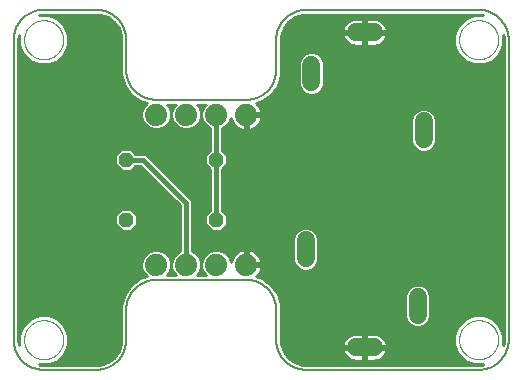
<source format=gbl>
G75*
%MOIN*%
%OFA0B0*%
%FSLAX25Y25*%
%IPPOS*%
%LPD*%
%AMOC8*
5,1,8,0,0,1.08239X$1,22.5*
%
%ADD10C,0.00800*%
%ADD11C,0.00000*%
%ADD12C,0.07400*%
%ADD13C,0.05906*%
%ADD14OC8,0.04800*%
%ADD15C,0.01000*%
%ADD16C,0.01600*%
D10*
X0012250Y0015449D02*
X0029750Y0015449D01*
X0029992Y0015452D01*
X0030233Y0015461D01*
X0030474Y0015475D01*
X0030715Y0015496D01*
X0030955Y0015522D01*
X0031195Y0015554D01*
X0031434Y0015592D01*
X0031671Y0015635D01*
X0031908Y0015685D01*
X0032143Y0015740D01*
X0032377Y0015800D01*
X0032609Y0015867D01*
X0032840Y0015938D01*
X0033069Y0016016D01*
X0033296Y0016099D01*
X0033521Y0016187D01*
X0033744Y0016281D01*
X0033964Y0016380D01*
X0034182Y0016485D01*
X0034397Y0016594D01*
X0034610Y0016709D01*
X0034820Y0016829D01*
X0035026Y0016954D01*
X0035230Y0017084D01*
X0035431Y0017219D01*
X0035628Y0017359D01*
X0035822Y0017503D01*
X0036012Y0017652D01*
X0036198Y0017806D01*
X0036381Y0017964D01*
X0036560Y0018126D01*
X0036735Y0018293D01*
X0036906Y0018464D01*
X0037073Y0018639D01*
X0037235Y0018818D01*
X0037393Y0019001D01*
X0037547Y0019187D01*
X0037696Y0019377D01*
X0037840Y0019571D01*
X0037980Y0019768D01*
X0038115Y0019969D01*
X0038245Y0020173D01*
X0038370Y0020379D01*
X0038490Y0020589D01*
X0038605Y0020802D01*
X0038714Y0021017D01*
X0038819Y0021235D01*
X0038918Y0021455D01*
X0039012Y0021678D01*
X0039100Y0021903D01*
X0039183Y0022130D01*
X0039261Y0022359D01*
X0039332Y0022590D01*
X0039399Y0022822D01*
X0039459Y0023056D01*
X0039514Y0023291D01*
X0039564Y0023528D01*
X0039607Y0023765D01*
X0039645Y0024004D01*
X0039677Y0024244D01*
X0039703Y0024484D01*
X0039724Y0024725D01*
X0039738Y0024966D01*
X0039747Y0025207D01*
X0039750Y0025449D01*
X0039750Y0035449D01*
X0039753Y0035691D01*
X0039762Y0035932D01*
X0039776Y0036173D01*
X0039797Y0036414D01*
X0039823Y0036654D01*
X0039855Y0036894D01*
X0039893Y0037133D01*
X0039936Y0037370D01*
X0039986Y0037607D01*
X0040041Y0037842D01*
X0040101Y0038076D01*
X0040168Y0038308D01*
X0040239Y0038539D01*
X0040317Y0038768D01*
X0040400Y0038995D01*
X0040488Y0039220D01*
X0040582Y0039443D01*
X0040681Y0039663D01*
X0040786Y0039881D01*
X0040895Y0040096D01*
X0041010Y0040309D01*
X0041130Y0040519D01*
X0041255Y0040725D01*
X0041385Y0040929D01*
X0041520Y0041130D01*
X0041660Y0041327D01*
X0041804Y0041521D01*
X0041953Y0041711D01*
X0042107Y0041897D01*
X0042265Y0042080D01*
X0042427Y0042259D01*
X0042594Y0042434D01*
X0042765Y0042605D01*
X0042940Y0042772D01*
X0043119Y0042934D01*
X0043302Y0043092D01*
X0043488Y0043246D01*
X0043678Y0043395D01*
X0043872Y0043539D01*
X0044069Y0043679D01*
X0044270Y0043814D01*
X0044474Y0043944D01*
X0044680Y0044069D01*
X0044890Y0044189D01*
X0045103Y0044304D01*
X0045318Y0044413D01*
X0045536Y0044518D01*
X0045756Y0044617D01*
X0045979Y0044711D01*
X0046204Y0044799D01*
X0046431Y0044882D01*
X0046660Y0044960D01*
X0046891Y0045031D01*
X0047123Y0045098D01*
X0047357Y0045158D01*
X0047592Y0045213D01*
X0047829Y0045263D01*
X0048066Y0045306D01*
X0048305Y0045344D01*
X0048545Y0045376D01*
X0048785Y0045402D01*
X0049026Y0045423D01*
X0049267Y0045437D01*
X0049508Y0045446D01*
X0049750Y0045449D01*
X0079750Y0045449D01*
X0079992Y0045446D01*
X0080233Y0045437D01*
X0080474Y0045423D01*
X0080715Y0045402D01*
X0080955Y0045376D01*
X0081195Y0045344D01*
X0081434Y0045306D01*
X0081671Y0045263D01*
X0081908Y0045213D01*
X0082143Y0045158D01*
X0082377Y0045098D01*
X0082609Y0045031D01*
X0082840Y0044960D01*
X0083069Y0044882D01*
X0083296Y0044799D01*
X0083521Y0044711D01*
X0083744Y0044617D01*
X0083964Y0044518D01*
X0084182Y0044413D01*
X0084397Y0044304D01*
X0084610Y0044189D01*
X0084820Y0044069D01*
X0085026Y0043944D01*
X0085230Y0043814D01*
X0085431Y0043679D01*
X0085628Y0043539D01*
X0085822Y0043395D01*
X0086012Y0043246D01*
X0086198Y0043092D01*
X0086381Y0042934D01*
X0086560Y0042772D01*
X0086735Y0042605D01*
X0086906Y0042434D01*
X0087073Y0042259D01*
X0087235Y0042080D01*
X0087393Y0041897D01*
X0087547Y0041711D01*
X0087696Y0041521D01*
X0087840Y0041327D01*
X0087980Y0041130D01*
X0088115Y0040929D01*
X0088245Y0040725D01*
X0088370Y0040519D01*
X0088490Y0040309D01*
X0088605Y0040096D01*
X0088714Y0039881D01*
X0088819Y0039663D01*
X0088918Y0039443D01*
X0089012Y0039220D01*
X0089100Y0038995D01*
X0089183Y0038768D01*
X0089261Y0038539D01*
X0089332Y0038308D01*
X0089399Y0038076D01*
X0089459Y0037842D01*
X0089514Y0037607D01*
X0089564Y0037370D01*
X0089607Y0037133D01*
X0089645Y0036894D01*
X0089677Y0036654D01*
X0089703Y0036414D01*
X0089724Y0036173D01*
X0089738Y0035932D01*
X0089747Y0035691D01*
X0089750Y0035449D01*
X0089750Y0025449D01*
X0089753Y0025207D01*
X0089762Y0024966D01*
X0089776Y0024725D01*
X0089797Y0024484D01*
X0089823Y0024244D01*
X0089855Y0024004D01*
X0089893Y0023765D01*
X0089936Y0023528D01*
X0089986Y0023291D01*
X0090041Y0023056D01*
X0090101Y0022822D01*
X0090168Y0022590D01*
X0090239Y0022359D01*
X0090317Y0022130D01*
X0090400Y0021903D01*
X0090488Y0021678D01*
X0090582Y0021455D01*
X0090681Y0021235D01*
X0090786Y0021017D01*
X0090895Y0020802D01*
X0091010Y0020589D01*
X0091130Y0020379D01*
X0091255Y0020173D01*
X0091385Y0019969D01*
X0091520Y0019768D01*
X0091660Y0019571D01*
X0091804Y0019377D01*
X0091953Y0019187D01*
X0092107Y0019001D01*
X0092265Y0018818D01*
X0092427Y0018639D01*
X0092594Y0018464D01*
X0092765Y0018293D01*
X0092940Y0018126D01*
X0093119Y0017964D01*
X0093302Y0017806D01*
X0093488Y0017652D01*
X0093678Y0017503D01*
X0093872Y0017359D01*
X0094069Y0017219D01*
X0094270Y0017084D01*
X0094474Y0016954D01*
X0094680Y0016829D01*
X0094890Y0016709D01*
X0095103Y0016594D01*
X0095318Y0016485D01*
X0095536Y0016380D01*
X0095756Y0016281D01*
X0095979Y0016187D01*
X0096204Y0016099D01*
X0096431Y0016016D01*
X0096660Y0015938D01*
X0096891Y0015867D01*
X0097123Y0015800D01*
X0097357Y0015740D01*
X0097592Y0015685D01*
X0097829Y0015635D01*
X0098066Y0015592D01*
X0098305Y0015554D01*
X0098545Y0015522D01*
X0098785Y0015496D01*
X0099026Y0015475D01*
X0099267Y0015461D01*
X0099508Y0015452D01*
X0099750Y0015449D01*
X0157250Y0015449D01*
X0157492Y0015452D01*
X0157733Y0015461D01*
X0157974Y0015475D01*
X0158215Y0015496D01*
X0158455Y0015522D01*
X0158695Y0015554D01*
X0158934Y0015592D01*
X0159171Y0015635D01*
X0159408Y0015685D01*
X0159643Y0015740D01*
X0159877Y0015800D01*
X0160109Y0015867D01*
X0160340Y0015938D01*
X0160569Y0016016D01*
X0160796Y0016099D01*
X0161021Y0016187D01*
X0161244Y0016281D01*
X0161464Y0016380D01*
X0161682Y0016485D01*
X0161897Y0016594D01*
X0162110Y0016709D01*
X0162320Y0016829D01*
X0162526Y0016954D01*
X0162730Y0017084D01*
X0162931Y0017219D01*
X0163128Y0017359D01*
X0163322Y0017503D01*
X0163512Y0017652D01*
X0163698Y0017806D01*
X0163881Y0017964D01*
X0164060Y0018126D01*
X0164235Y0018293D01*
X0164406Y0018464D01*
X0164573Y0018639D01*
X0164735Y0018818D01*
X0164893Y0019001D01*
X0165047Y0019187D01*
X0165196Y0019377D01*
X0165340Y0019571D01*
X0165480Y0019768D01*
X0165615Y0019969D01*
X0165745Y0020173D01*
X0165870Y0020379D01*
X0165990Y0020589D01*
X0166105Y0020802D01*
X0166214Y0021017D01*
X0166319Y0021235D01*
X0166418Y0021455D01*
X0166512Y0021678D01*
X0166600Y0021903D01*
X0166683Y0022130D01*
X0166761Y0022359D01*
X0166832Y0022590D01*
X0166899Y0022822D01*
X0166959Y0023056D01*
X0167014Y0023291D01*
X0167064Y0023528D01*
X0167107Y0023765D01*
X0167145Y0024004D01*
X0167177Y0024244D01*
X0167203Y0024484D01*
X0167224Y0024725D01*
X0167238Y0024966D01*
X0167247Y0025207D01*
X0167250Y0025449D01*
X0167250Y0125449D01*
X0167247Y0125691D01*
X0167238Y0125932D01*
X0167224Y0126173D01*
X0167203Y0126414D01*
X0167177Y0126654D01*
X0167145Y0126894D01*
X0167107Y0127133D01*
X0167064Y0127370D01*
X0167014Y0127607D01*
X0166959Y0127842D01*
X0166899Y0128076D01*
X0166832Y0128308D01*
X0166761Y0128539D01*
X0166683Y0128768D01*
X0166600Y0128995D01*
X0166512Y0129220D01*
X0166418Y0129443D01*
X0166319Y0129663D01*
X0166214Y0129881D01*
X0166105Y0130096D01*
X0165990Y0130309D01*
X0165870Y0130519D01*
X0165745Y0130725D01*
X0165615Y0130929D01*
X0165480Y0131130D01*
X0165340Y0131327D01*
X0165196Y0131521D01*
X0165047Y0131711D01*
X0164893Y0131897D01*
X0164735Y0132080D01*
X0164573Y0132259D01*
X0164406Y0132434D01*
X0164235Y0132605D01*
X0164060Y0132772D01*
X0163881Y0132934D01*
X0163698Y0133092D01*
X0163512Y0133246D01*
X0163322Y0133395D01*
X0163128Y0133539D01*
X0162931Y0133679D01*
X0162730Y0133814D01*
X0162526Y0133944D01*
X0162320Y0134069D01*
X0162110Y0134189D01*
X0161897Y0134304D01*
X0161682Y0134413D01*
X0161464Y0134518D01*
X0161244Y0134617D01*
X0161021Y0134711D01*
X0160796Y0134799D01*
X0160569Y0134882D01*
X0160340Y0134960D01*
X0160109Y0135031D01*
X0159877Y0135098D01*
X0159643Y0135158D01*
X0159408Y0135213D01*
X0159171Y0135263D01*
X0158934Y0135306D01*
X0158695Y0135344D01*
X0158455Y0135376D01*
X0158215Y0135402D01*
X0157974Y0135423D01*
X0157733Y0135437D01*
X0157492Y0135446D01*
X0157250Y0135449D01*
X0099750Y0135449D01*
X0099508Y0135446D01*
X0099267Y0135437D01*
X0099026Y0135423D01*
X0098785Y0135402D01*
X0098545Y0135376D01*
X0098305Y0135344D01*
X0098066Y0135306D01*
X0097829Y0135263D01*
X0097592Y0135213D01*
X0097357Y0135158D01*
X0097123Y0135098D01*
X0096891Y0135031D01*
X0096660Y0134960D01*
X0096431Y0134882D01*
X0096204Y0134799D01*
X0095979Y0134711D01*
X0095756Y0134617D01*
X0095536Y0134518D01*
X0095318Y0134413D01*
X0095103Y0134304D01*
X0094890Y0134189D01*
X0094680Y0134069D01*
X0094474Y0133944D01*
X0094270Y0133814D01*
X0094069Y0133679D01*
X0093872Y0133539D01*
X0093678Y0133395D01*
X0093488Y0133246D01*
X0093302Y0133092D01*
X0093119Y0132934D01*
X0092940Y0132772D01*
X0092765Y0132605D01*
X0092594Y0132434D01*
X0092427Y0132259D01*
X0092265Y0132080D01*
X0092107Y0131897D01*
X0091953Y0131711D01*
X0091804Y0131521D01*
X0091660Y0131327D01*
X0091520Y0131130D01*
X0091385Y0130929D01*
X0091255Y0130725D01*
X0091130Y0130519D01*
X0091010Y0130309D01*
X0090895Y0130096D01*
X0090786Y0129881D01*
X0090681Y0129663D01*
X0090582Y0129443D01*
X0090488Y0129220D01*
X0090400Y0128995D01*
X0090317Y0128768D01*
X0090239Y0128539D01*
X0090168Y0128308D01*
X0090101Y0128076D01*
X0090041Y0127842D01*
X0089986Y0127607D01*
X0089936Y0127370D01*
X0089893Y0127133D01*
X0089855Y0126894D01*
X0089823Y0126654D01*
X0089797Y0126414D01*
X0089776Y0126173D01*
X0089762Y0125932D01*
X0089753Y0125691D01*
X0089750Y0125449D01*
X0089750Y0115449D01*
X0089747Y0115207D01*
X0089738Y0114966D01*
X0089724Y0114725D01*
X0089703Y0114484D01*
X0089677Y0114244D01*
X0089645Y0114004D01*
X0089607Y0113765D01*
X0089564Y0113528D01*
X0089514Y0113291D01*
X0089459Y0113056D01*
X0089399Y0112822D01*
X0089332Y0112590D01*
X0089261Y0112359D01*
X0089183Y0112130D01*
X0089100Y0111903D01*
X0089012Y0111678D01*
X0088918Y0111455D01*
X0088819Y0111235D01*
X0088714Y0111017D01*
X0088605Y0110802D01*
X0088490Y0110589D01*
X0088370Y0110379D01*
X0088245Y0110173D01*
X0088115Y0109969D01*
X0087980Y0109768D01*
X0087840Y0109571D01*
X0087696Y0109377D01*
X0087547Y0109187D01*
X0087393Y0109001D01*
X0087235Y0108818D01*
X0087073Y0108639D01*
X0086906Y0108464D01*
X0086735Y0108293D01*
X0086560Y0108126D01*
X0086381Y0107964D01*
X0086198Y0107806D01*
X0086012Y0107652D01*
X0085822Y0107503D01*
X0085628Y0107359D01*
X0085431Y0107219D01*
X0085230Y0107084D01*
X0085026Y0106954D01*
X0084820Y0106829D01*
X0084610Y0106709D01*
X0084397Y0106594D01*
X0084182Y0106485D01*
X0083964Y0106380D01*
X0083744Y0106281D01*
X0083521Y0106187D01*
X0083296Y0106099D01*
X0083069Y0106016D01*
X0082840Y0105938D01*
X0082609Y0105867D01*
X0082377Y0105800D01*
X0082143Y0105740D01*
X0081908Y0105685D01*
X0081671Y0105635D01*
X0081434Y0105592D01*
X0081195Y0105554D01*
X0080955Y0105522D01*
X0080715Y0105496D01*
X0080474Y0105475D01*
X0080233Y0105461D01*
X0079992Y0105452D01*
X0079750Y0105449D01*
X0049750Y0105449D01*
X0049508Y0105452D01*
X0049267Y0105461D01*
X0049026Y0105475D01*
X0048785Y0105496D01*
X0048545Y0105522D01*
X0048305Y0105554D01*
X0048066Y0105592D01*
X0047829Y0105635D01*
X0047592Y0105685D01*
X0047357Y0105740D01*
X0047123Y0105800D01*
X0046891Y0105867D01*
X0046660Y0105938D01*
X0046431Y0106016D01*
X0046204Y0106099D01*
X0045979Y0106187D01*
X0045756Y0106281D01*
X0045536Y0106380D01*
X0045318Y0106485D01*
X0045103Y0106594D01*
X0044890Y0106709D01*
X0044680Y0106829D01*
X0044474Y0106954D01*
X0044270Y0107084D01*
X0044069Y0107219D01*
X0043872Y0107359D01*
X0043678Y0107503D01*
X0043488Y0107652D01*
X0043302Y0107806D01*
X0043119Y0107964D01*
X0042940Y0108126D01*
X0042765Y0108293D01*
X0042594Y0108464D01*
X0042427Y0108639D01*
X0042265Y0108818D01*
X0042107Y0109001D01*
X0041953Y0109187D01*
X0041804Y0109377D01*
X0041660Y0109571D01*
X0041520Y0109768D01*
X0041385Y0109969D01*
X0041255Y0110173D01*
X0041130Y0110379D01*
X0041010Y0110589D01*
X0040895Y0110802D01*
X0040786Y0111017D01*
X0040681Y0111235D01*
X0040582Y0111455D01*
X0040488Y0111678D01*
X0040400Y0111903D01*
X0040317Y0112130D01*
X0040239Y0112359D01*
X0040168Y0112590D01*
X0040101Y0112822D01*
X0040041Y0113056D01*
X0039986Y0113291D01*
X0039936Y0113528D01*
X0039893Y0113765D01*
X0039855Y0114004D01*
X0039823Y0114244D01*
X0039797Y0114484D01*
X0039776Y0114725D01*
X0039762Y0114966D01*
X0039753Y0115207D01*
X0039750Y0115449D01*
X0039750Y0125449D01*
X0039747Y0125691D01*
X0039738Y0125932D01*
X0039724Y0126173D01*
X0039703Y0126414D01*
X0039677Y0126654D01*
X0039645Y0126894D01*
X0039607Y0127133D01*
X0039564Y0127370D01*
X0039514Y0127607D01*
X0039459Y0127842D01*
X0039399Y0128076D01*
X0039332Y0128308D01*
X0039261Y0128539D01*
X0039183Y0128768D01*
X0039100Y0128995D01*
X0039012Y0129220D01*
X0038918Y0129443D01*
X0038819Y0129663D01*
X0038714Y0129881D01*
X0038605Y0130096D01*
X0038490Y0130309D01*
X0038370Y0130519D01*
X0038245Y0130725D01*
X0038115Y0130929D01*
X0037980Y0131130D01*
X0037840Y0131327D01*
X0037696Y0131521D01*
X0037547Y0131711D01*
X0037393Y0131897D01*
X0037235Y0132080D01*
X0037073Y0132259D01*
X0036906Y0132434D01*
X0036735Y0132605D01*
X0036560Y0132772D01*
X0036381Y0132934D01*
X0036198Y0133092D01*
X0036012Y0133246D01*
X0035822Y0133395D01*
X0035628Y0133539D01*
X0035431Y0133679D01*
X0035230Y0133814D01*
X0035026Y0133944D01*
X0034820Y0134069D01*
X0034610Y0134189D01*
X0034397Y0134304D01*
X0034182Y0134413D01*
X0033964Y0134518D01*
X0033744Y0134617D01*
X0033521Y0134711D01*
X0033296Y0134799D01*
X0033069Y0134882D01*
X0032840Y0134960D01*
X0032609Y0135031D01*
X0032377Y0135098D01*
X0032143Y0135158D01*
X0031908Y0135213D01*
X0031671Y0135263D01*
X0031434Y0135306D01*
X0031195Y0135344D01*
X0030955Y0135376D01*
X0030715Y0135402D01*
X0030474Y0135423D01*
X0030233Y0135437D01*
X0029992Y0135446D01*
X0029750Y0135449D01*
X0012250Y0135449D01*
X0012008Y0135446D01*
X0011767Y0135437D01*
X0011526Y0135423D01*
X0011285Y0135402D01*
X0011045Y0135376D01*
X0010805Y0135344D01*
X0010566Y0135306D01*
X0010329Y0135263D01*
X0010092Y0135213D01*
X0009857Y0135158D01*
X0009623Y0135098D01*
X0009391Y0135031D01*
X0009160Y0134960D01*
X0008931Y0134882D01*
X0008704Y0134799D01*
X0008479Y0134711D01*
X0008256Y0134617D01*
X0008036Y0134518D01*
X0007818Y0134413D01*
X0007603Y0134304D01*
X0007390Y0134189D01*
X0007180Y0134069D01*
X0006974Y0133944D01*
X0006770Y0133814D01*
X0006569Y0133679D01*
X0006372Y0133539D01*
X0006178Y0133395D01*
X0005988Y0133246D01*
X0005802Y0133092D01*
X0005619Y0132934D01*
X0005440Y0132772D01*
X0005265Y0132605D01*
X0005094Y0132434D01*
X0004927Y0132259D01*
X0004765Y0132080D01*
X0004607Y0131897D01*
X0004453Y0131711D01*
X0004304Y0131521D01*
X0004160Y0131327D01*
X0004020Y0131130D01*
X0003885Y0130929D01*
X0003755Y0130725D01*
X0003630Y0130519D01*
X0003510Y0130309D01*
X0003395Y0130096D01*
X0003286Y0129881D01*
X0003181Y0129663D01*
X0003082Y0129443D01*
X0002988Y0129220D01*
X0002900Y0128995D01*
X0002817Y0128768D01*
X0002739Y0128539D01*
X0002668Y0128308D01*
X0002601Y0128076D01*
X0002541Y0127842D01*
X0002486Y0127607D01*
X0002436Y0127370D01*
X0002393Y0127133D01*
X0002355Y0126894D01*
X0002323Y0126654D01*
X0002297Y0126414D01*
X0002276Y0126173D01*
X0002262Y0125932D01*
X0002253Y0125691D01*
X0002250Y0125449D01*
X0002250Y0025449D01*
X0002253Y0025207D01*
X0002262Y0024966D01*
X0002276Y0024725D01*
X0002297Y0024484D01*
X0002323Y0024244D01*
X0002355Y0024004D01*
X0002393Y0023765D01*
X0002436Y0023528D01*
X0002486Y0023291D01*
X0002541Y0023056D01*
X0002601Y0022822D01*
X0002668Y0022590D01*
X0002739Y0022359D01*
X0002817Y0022130D01*
X0002900Y0021903D01*
X0002988Y0021678D01*
X0003082Y0021455D01*
X0003181Y0021235D01*
X0003286Y0021017D01*
X0003395Y0020802D01*
X0003510Y0020589D01*
X0003630Y0020379D01*
X0003755Y0020173D01*
X0003885Y0019969D01*
X0004020Y0019768D01*
X0004160Y0019571D01*
X0004304Y0019377D01*
X0004453Y0019187D01*
X0004607Y0019001D01*
X0004765Y0018818D01*
X0004927Y0018639D01*
X0005094Y0018464D01*
X0005265Y0018293D01*
X0005440Y0018126D01*
X0005619Y0017964D01*
X0005802Y0017806D01*
X0005988Y0017652D01*
X0006178Y0017503D01*
X0006372Y0017359D01*
X0006569Y0017219D01*
X0006770Y0017084D01*
X0006974Y0016954D01*
X0007180Y0016829D01*
X0007390Y0016709D01*
X0007603Y0016594D01*
X0007818Y0016485D01*
X0008036Y0016380D01*
X0008256Y0016281D01*
X0008479Y0016187D01*
X0008704Y0016099D01*
X0008931Y0016016D01*
X0009160Y0015938D01*
X0009391Y0015867D01*
X0009623Y0015800D01*
X0009857Y0015740D01*
X0010092Y0015685D01*
X0010329Y0015635D01*
X0010566Y0015592D01*
X0010805Y0015554D01*
X0011045Y0015522D01*
X0011285Y0015496D01*
X0011526Y0015475D01*
X0011767Y0015461D01*
X0012008Y0015452D01*
X0012250Y0015449D01*
D11*
X0005750Y0025449D02*
X0005752Y0025610D01*
X0005758Y0025770D01*
X0005768Y0025931D01*
X0005782Y0026091D01*
X0005800Y0026251D01*
X0005821Y0026410D01*
X0005847Y0026569D01*
X0005877Y0026727D01*
X0005910Y0026884D01*
X0005948Y0027041D01*
X0005989Y0027196D01*
X0006034Y0027350D01*
X0006083Y0027503D01*
X0006136Y0027655D01*
X0006192Y0027806D01*
X0006253Y0027955D01*
X0006316Y0028103D01*
X0006384Y0028249D01*
X0006455Y0028393D01*
X0006529Y0028535D01*
X0006607Y0028676D01*
X0006689Y0028814D01*
X0006774Y0028951D01*
X0006862Y0029085D01*
X0006954Y0029217D01*
X0007049Y0029347D01*
X0007147Y0029475D01*
X0007248Y0029600D01*
X0007352Y0029722D01*
X0007459Y0029842D01*
X0007569Y0029959D01*
X0007682Y0030074D01*
X0007798Y0030185D01*
X0007917Y0030294D01*
X0008038Y0030399D01*
X0008162Y0030502D01*
X0008288Y0030602D01*
X0008416Y0030698D01*
X0008547Y0030791D01*
X0008681Y0030881D01*
X0008816Y0030968D01*
X0008954Y0031051D01*
X0009093Y0031131D01*
X0009235Y0031207D01*
X0009378Y0031280D01*
X0009523Y0031349D01*
X0009670Y0031415D01*
X0009818Y0031477D01*
X0009968Y0031535D01*
X0010119Y0031590D01*
X0010272Y0031641D01*
X0010426Y0031688D01*
X0010581Y0031731D01*
X0010737Y0031770D01*
X0010893Y0031806D01*
X0011051Y0031837D01*
X0011209Y0031865D01*
X0011368Y0031889D01*
X0011528Y0031909D01*
X0011688Y0031925D01*
X0011848Y0031937D01*
X0012009Y0031945D01*
X0012170Y0031949D01*
X0012330Y0031949D01*
X0012491Y0031945D01*
X0012652Y0031937D01*
X0012812Y0031925D01*
X0012972Y0031909D01*
X0013132Y0031889D01*
X0013291Y0031865D01*
X0013449Y0031837D01*
X0013607Y0031806D01*
X0013763Y0031770D01*
X0013919Y0031731D01*
X0014074Y0031688D01*
X0014228Y0031641D01*
X0014381Y0031590D01*
X0014532Y0031535D01*
X0014682Y0031477D01*
X0014830Y0031415D01*
X0014977Y0031349D01*
X0015122Y0031280D01*
X0015265Y0031207D01*
X0015407Y0031131D01*
X0015546Y0031051D01*
X0015684Y0030968D01*
X0015819Y0030881D01*
X0015953Y0030791D01*
X0016084Y0030698D01*
X0016212Y0030602D01*
X0016338Y0030502D01*
X0016462Y0030399D01*
X0016583Y0030294D01*
X0016702Y0030185D01*
X0016818Y0030074D01*
X0016931Y0029959D01*
X0017041Y0029842D01*
X0017148Y0029722D01*
X0017252Y0029600D01*
X0017353Y0029475D01*
X0017451Y0029347D01*
X0017546Y0029217D01*
X0017638Y0029085D01*
X0017726Y0028951D01*
X0017811Y0028814D01*
X0017893Y0028676D01*
X0017971Y0028535D01*
X0018045Y0028393D01*
X0018116Y0028249D01*
X0018184Y0028103D01*
X0018247Y0027955D01*
X0018308Y0027806D01*
X0018364Y0027655D01*
X0018417Y0027503D01*
X0018466Y0027350D01*
X0018511Y0027196D01*
X0018552Y0027041D01*
X0018590Y0026884D01*
X0018623Y0026727D01*
X0018653Y0026569D01*
X0018679Y0026410D01*
X0018700Y0026251D01*
X0018718Y0026091D01*
X0018732Y0025931D01*
X0018742Y0025770D01*
X0018748Y0025610D01*
X0018750Y0025449D01*
X0018748Y0025288D01*
X0018742Y0025128D01*
X0018732Y0024967D01*
X0018718Y0024807D01*
X0018700Y0024647D01*
X0018679Y0024488D01*
X0018653Y0024329D01*
X0018623Y0024171D01*
X0018590Y0024014D01*
X0018552Y0023857D01*
X0018511Y0023702D01*
X0018466Y0023548D01*
X0018417Y0023395D01*
X0018364Y0023243D01*
X0018308Y0023092D01*
X0018247Y0022943D01*
X0018184Y0022795D01*
X0018116Y0022649D01*
X0018045Y0022505D01*
X0017971Y0022363D01*
X0017893Y0022222D01*
X0017811Y0022084D01*
X0017726Y0021947D01*
X0017638Y0021813D01*
X0017546Y0021681D01*
X0017451Y0021551D01*
X0017353Y0021423D01*
X0017252Y0021298D01*
X0017148Y0021176D01*
X0017041Y0021056D01*
X0016931Y0020939D01*
X0016818Y0020824D01*
X0016702Y0020713D01*
X0016583Y0020604D01*
X0016462Y0020499D01*
X0016338Y0020396D01*
X0016212Y0020296D01*
X0016084Y0020200D01*
X0015953Y0020107D01*
X0015819Y0020017D01*
X0015684Y0019930D01*
X0015546Y0019847D01*
X0015407Y0019767D01*
X0015265Y0019691D01*
X0015122Y0019618D01*
X0014977Y0019549D01*
X0014830Y0019483D01*
X0014682Y0019421D01*
X0014532Y0019363D01*
X0014381Y0019308D01*
X0014228Y0019257D01*
X0014074Y0019210D01*
X0013919Y0019167D01*
X0013763Y0019128D01*
X0013607Y0019092D01*
X0013449Y0019061D01*
X0013291Y0019033D01*
X0013132Y0019009D01*
X0012972Y0018989D01*
X0012812Y0018973D01*
X0012652Y0018961D01*
X0012491Y0018953D01*
X0012330Y0018949D01*
X0012170Y0018949D01*
X0012009Y0018953D01*
X0011848Y0018961D01*
X0011688Y0018973D01*
X0011528Y0018989D01*
X0011368Y0019009D01*
X0011209Y0019033D01*
X0011051Y0019061D01*
X0010893Y0019092D01*
X0010737Y0019128D01*
X0010581Y0019167D01*
X0010426Y0019210D01*
X0010272Y0019257D01*
X0010119Y0019308D01*
X0009968Y0019363D01*
X0009818Y0019421D01*
X0009670Y0019483D01*
X0009523Y0019549D01*
X0009378Y0019618D01*
X0009235Y0019691D01*
X0009093Y0019767D01*
X0008954Y0019847D01*
X0008816Y0019930D01*
X0008681Y0020017D01*
X0008547Y0020107D01*
X0008416Y0020200D01*
X0008288Y0020296D01*
X0008162Y0020396D01*
X0008038Y0020499D01*
X0007917Y0020604D01*
X0007798Y0020713D01*
X0007682Y0020824D01*
X0007569Y0020939D01*
X0007459Y0021056D01*
X0007352Y0021176D01*
X0007248Y0021298D01*
X0007147Y0021423D01*
X0007049Y0021551D01*
X0006954Y0021681D01*
X0006862Y0021813D01*
X0006774Y0021947D01*
X0006689Y0022084D01*
X0006607Y0022222D01*
X0006529Y0022363D01*
X0006455Y0022505D01*
X0006384Y0022649D01*
X0006316Y0022795D01*
X0006253Y0022943D01*
X0006192Y0023092D01*
X0006136Y0023243D01*
X0006083Y0023395D01*
X0006034Y0023548D01*
X0005989Y0023702D01*
X0005948Y0023857D01*
X0005910Y0024014D01*
X0005877Y0024171D01*
X0005847Y0024329D01*
X0005821Y0024488D01*
X0005800Y0024647D01*
X0005782Y0024807D01*
X0005768Y0024967D01*
X0005758Y0025128D01*
X0005752Y0025288D01*
X0005750Y0025449D01*
X0005750Y0125449D02*
X0005752Y0125610D01*
X0005758Y0125770D01*
X0005768Y0125931D01*
X0005782Y0126091D01*
X0005800Y0126251D01*
X0005821Y0126410D01*
X0005847Y0126569D01*
X0005877Y0126727D01*
X0005910Y0126884D01*
X0005948Y0127041D01*
X0005989Y0127196D01*
X0006034Y0127350D01*
X0006083Y0127503D01*
X0006136Y0127655D01*
X0006192Y0127806D01*
X0006253Y0127955D01*
X0006316Y0128103D01*
X0006384Y0128249D01*
X0006455Y0128393D01*
X0006529Y0128535D01*
X0006607Y0128676D01*
X0006689Y0128814D01*
X0006774Y0128951D01*
X0006862Y0129085D01*
X0006954Y0129217D01*
X0007049Y0129347D01*
X0007147Y0129475D01*
X0007248Y0129600D01*
X0007352Y0129722D01*
X0007459Y0129842D01*
X0007569Y0129959D01*
X0007682Y0130074D01*
X0007798Y0130185D01*
X0007917Y0130294D01*
X0008038Y0130399D01*
X0008162Y0130502D01*
X0008288Y0130602D01*
X0008416Y0130698D01*
X0008547Y0130791D01*
X0008681Y0130881D01*
X0008816Y0130968D01*
X0008954Y0131051D01*
X0009093Y0131131D01*
X0009235Y0131207D01*
X0009378Y0131280D01*
X0009523Y0131349D01*
X0009670Y0131415D01*
X0009818Y0131477D01*
X0009968Y0131535D01*
X0010119Y0131590D01*
X0010272Y0131641D01*
X0010426Y0131688D01*
X0010581Y0131731D01*
X0010737Y0131770D01*
X0010893Y0131806D01*
X0011051Y0131837D01*
X0011209Y0131865D01*
X0011368Y0131889D01*
X0011528Y0131909D01*
X0011688Y0131925D01*
X0011848Y0131937D01*
X0012009Y0131945D01*
X0012170Y0131949D01*
X0012330Y0131949D01*
X0012491Y0131945D01*
X0012652Y0131937D01*
X0012812Y0131925D01*
X0012972Y0131909D01*
X0013132Y0131889D01*
X0013291Y0131865D01*
X0013449Y0131837D01*
X0013607Y0131806D01*
X0013763Y0131770D01*
X0013919Y0131731D01*
X0014074Y0131688D01*
X0014228Y0131641D01*
X0014381Y0131590D01*
X0014532Y0131535D01*
X0014682Y0131477D01*
X0014830Y0131415D01*
X0014977Y0131349D01*
X0015122Y0131280D01*
X0015265Y0131207D01*
X0015407Y0131131D01*
X0015546Y0131051D01*
X0015684Y0130968D01*
X0015819Y0130881D01*
X0015953Y0130791D01*
X0016084Y0130698D01*
X0016212Y0130602D01*
X0016338Y0130502D01*
X0016462Y0130399D01*
X0016583Y0130294D01*
X0016702Y0130185D01*
X0016818Y0130074D01*
X0016931Y0129959D01*
X0017041Y0129842D01*
X0017148Y0129722D01*
X0017252Y0129600D01*
X0017353Y0129475D01*
X0017451Y0129347D01*
X0017546Y0129217D01*
X0017638Y0129085D01*
X0017726Y0128951D01*
X0017811Y0128814D01*
X0017893Y0128676D01*
X0017971Y0128535D01*
X0018045Y0128393D01*
X0018116Y0128249D01*
X0018184Y0128103D01*
X0018247Y0127955D01*
X0018308Y0127806D01*
X0018364Y0127655D01*
X0018417Y0127503D01*
X0018466Y0127350D01*
X0018511Y0127196D01*
X0018552Y0127041D01*
X0018590Y0126884D01*
X0018623Y0126727D01*
X0018653Y0126569D01*
X0018679Y0126410D01*
X0018700Y0126251D01*
X0018718Y0126091D01*
X0018732Y0125931D01*
X0018742Y0125770D01*
X0018748Y0125610D01*
X0018750Y0125449D01*
X0018748Y0125288D01*
X0018742Y0125128D01*
X0018732Y0124967D01*
X0018718Y0124807D01*
X0018700Y0124647D01*
X0018679Y0124488D01*
X0018653Y0124329D01*
X0018623Y0124171D01*
X0018590Y0124014D01*
X0018552Y0123857D01*
X0018511Y0123702D01*
X0018466Y0123548D01*
X0018417Y0123395D01*
X0018364Y0123243D01*
X0018308Y0123092D01*
X0018247Y0122943D01*
X0018184Y0122795D01*
X0018116Y0122649D01*
X0018045Y0122505D01*
X0017971Y0122363D01*
X0017893Y0122222D01*
X0017811Y0122084D01*
X0017726Y0121947D01*
X0017638Y0121813D01*
X0017546Y0121681D01*
X0017451Y0121551D01*
X0017353Y0121423D01*
X0017252Y0121298D01*
X0017148Y0121176D01*
X0017041Y0121056D01*
X0016931Y0120939D01*
X0016818Y0120824D01*
X0016702Y0120713D01*
X0016583Y0120604D01*
X0016462Y0120499D01*
X0016338Y0120396D01*
X0016212Y0120296D01*
X0016084Y0120200D01*
X0015953Y0120107D01*
X0015819Y0120017D01*
X0015684Y0119930D01*
X0015546Y0119847D01*
X0015407Y0119767D01*
X0015265Y0119691D01*
X0015122Y0119618D01*
X0014977Y0119549D01*
X0014830Y0119483D01*
X0014682Y0119421D01*
X0014532Y0119363D01*
X0014381Y0119308D01*
X0014228Y0119257D01*
X0014074Y0119210D01*
X0013919Y0119167D01*
X0013763Y0119128D01*
X0013607Y0119092D01*
X0013449Y0119061D01*
X0013291Y0119033D01*
X0013132Y0119009D01*
X0012972Y0118989D01*
X0012812Y0118973D01*
X0012652Y0118961D01*
X0012491Y0118953D01*
X0012330Y0118949D01*
X0012170Y0118949D01*
X0012009Y0118953D01*
X0011848Y0118961D01*
X0011688Y0118973D01*
X0011528Y0118989D01*
X0011368Y0119009D01*
X0011209Y0119033D01*
X0011051Y0119061D01*
X0010893Y0119092D01*
X0010737Y0119128D01*
X0010581Y0119167D01*
X0010426Y0119210D01*
X0010272Y0119257D01*
X0010119Y0119308D01*
X0009968Y0119363D01*
X0009818Y0119421D01*
X0009670Y0119483D01*
X0009523Y0119549D01*
X0009378Y0119618D01*
X0009235Y0119691D01*
X0009093Y0119767D01*
X0008954Y0119847D01*
X0008816Y0119930D01*
X0008681Y0120017D01*
X0008547Y0120107D01*
X0008416Y0120200D01*
X0008288Y0120296D01*
X0008162Y0120396D01*
X0008038Y0120499D01*
X0007917Y0120604D01*
X0007798Y0120713D01*
X0007682Y0120824D01*
X0007569Y0120939D01*
X0007459Y0121056D01*
X0007352Y0121176D01*
X0007248Y0121298D01*
X0007147Y0121423D01*
X0007049Y0121551D01*
X0006954Y0121681D01*
X0006862Y0121813D01*
X0006774Y0121947D01*
X0006689Y0122084D01*
X0006607Y0122222D01*
X0006529Y0122363D01*
X0006455Y0122505D01*
X0006384Y0122649D01*
X0006316Y0122795D01*
X0006253Y0122943D01*
X0006192Y0123092D01*
X0006136Y0123243D01*
X0006083Y0123395D01*
X0006034Y0123548D01*
X0005989Y0123702D01*
X0005948Y0123857D01*
X0005910Y0124014D01*
X0005877Y0124171D01*
X0005847Y0124329D01*
X0005821Y0124488D01*
X0005800Y0124647D01*
X0005782Y0124807D01*
X0005768Y0124967D01*
X0005758Y0125128D01*
X0005752Y0125288D01*
X0005750Y0125449D01*
X0150750Y0125449D02*
X0150752Y0125610D01*
X0150758Y0125770D01*
X0150768Y0125931D01*
X0150782Y0126091D01*
X0150800Y0126251D01*
X0150821Y0126410D01*
X0150847Y0126569D01*
X0150877Y0126727D01*
X0150910Y0126884D01*
X0150948Y0127041D01*
X0150989Y0127196D01*
X0151034Y0127350D01*
X0151083Y0127503D01*
X0151136Y0127655D01*
X0151192Y0127806D01*
X0151253Y0127955D01*
X0151316Y0128103D01*
X0151384Y0128249D01*
X0151455Y0128393D01*
X0151529Y0128535D01*
X0151607Y0128676D01*
X0151689Y0128814D01*
X0151774Y0128951D01*
X0151862Y0129085D01*
X0151954Y0129217D01*
X0152049Y0129347D01*
X0152147Y0129475D01*
X0152248Y0129600D01*
X0152352Y0129722D01*
X0152459Y0129842D01*
X0152569Y0129959D01*
X0152682Y0130074D01*
X0152798Y0130185D01*
X0152917Y0130294D01*
X0153038Y0130399D01*
X0153162Y0130502D01*
X0153288Y0130602D01*
X0153416Y0130698D01*
X0153547Y0130791D01*
X0153681Y0130881D01*
X0153816Y0130968D01*
X0153954Y0131051D01*
X0154093Y0131131D01*
X0154235Y0131207D01*
X0154378Y0131280D01*
X0154523Y0131349D01*
X0154670Y0131415D01*
X0154818Y0131477D01*
X0154968Y0131535D01*
X0155119Y0131590D01*
X0155272Y0131641D01*
X0155426Y0131688D01*
X0155581Y0131731D01*
X0155737Y0131770D01*
X0155893Y0131806D01*
X0156051Y0131837D01*
X0156209Y0131865D01*
X0156368Y0131889D01*
X0156528Y0131909D01*
X0156688Y0131925D01*
X0156848Y0131937D01*
X0157009Y0131945D01*
X0157170Y0131949D01*
X0157330Y0131949D01*
X0157491Y0131945D01*
X0157652Y0131937D01*
X0157812Y0131925D01*
X0157972Y0131909D01*
X0158132Y0131889D01*
X0158291Y0131865D01*
X0158449Y0131837D01*
X0158607Y0131806D01*
X0158763Y0131770D01*
X0158919Y0131731D01*
X0159074Y0131688D01*
X0159228Y0131641D01*
X0159381Y0131590D01*
X0159532Y0131535D01*
X0159682Y0131477D01*
X0159830Y0131415D01*
X0159977Y0131349D01*
X0160122Y0131280D01*
X0160265Y0131207D01*
X0160407Y0131131D01*
X0160546Y0131051D01*
X0160684Y0130968D01*
X0160819Y0130881D01*
X0160953Y0130791D01*
X0161084Y0130698D01*
X0161212Y0130602D01*
X0161338Y0130502D01*
X0161462Y0130399D01*
X0161583Y0130294D01*
X0161702Y0130185D01*
X0161818Y0130074D01*
X0161931Y0129959D01*
X0162041Y0129842D01*
X0162148Y0129722D01*
X0162252Y0129600D01*
X0162353Y0129475D01*
X0162451Y0129347D01*
X0162546Y0129217D01*
X0162638Y0129085D01*
X0162726Y0128951D01*
X0162811Y0128814D01*
X0162893Y0128676D01*
X0162971Y0128535D01*
X0163045Y0128393D01*
X0163116Y0128249D01*
X0163184Y0128103D01*
X0163247Y0127955D01*
X0163308Y0127806D01*
X0163364Y0127655D01*
X0163417Y0127503D01*
X0163466Y0127350D01*
X0163511Y0127196D01*
X0163552Y0127041D01*
X0163590Y0126884D01*
X0163623Y0126727D01*
X0163653Y0126569D01*
X0163679Y0126410D01*
X0163700Y0126251D01*
X0163718Y0126091D01*
X0163732Y0125931D01*
X0163742Y0125770D01*
X0163748Y0125610D01*
X0163750Y0125449D01*
X0163748Y0125288D01*
X0163742Y0125128D01*
X0163732Y0124967D01*
X0163718Y0124807D01*
X0163700Y0124647D01*
X0163679Y0124488D01*
X0163653Y0124329D01*
X0163623Y0124171D01*
X0163590Y0124014D01*
X0163552Y0123857D01*
X0163511Y0123702D01*
X0163466Y0123548D01*
X0163417Y0123395D01*
X0163364Y0123243D01*
X0163308Y0123092D01*
X0163247Y0122943D01*
X0163184Y0122795D01*
X0163116Y0122649D01*
X0163045Y0122505D01*
X0162971Y0122363D01*
X0162893Y0122222D01*
X0162811Y0122084D01*
X0162726Y0121947D01*
X0162638Y0121813D01*
X0162546Y0121681D01*
X0162451Y0121551D01*
X0162353Y0121423D01*
X0162252Y0121298D01*
X0162148Y0121176D01*
X0162041Y0121056D01*
X0161931Y0120939D01*
X0161818Y0120824D01*
X0161702Y0120713D01*
X0161583Y0120604D01*
X0161462Y0120499D01*
X0161338Y0120396D01*
X0161212Y0120296D01*
X0161084Y0120200D01*
X0160953Y0120107D01*
X0160819Y0120017D01*
X0160684Y0119930D01*
X0160546Y0119847D01*
X0160407Y0119767D01*
X0160265Y0119691D01*
X0160122Y0119618D01*
X0159977Y0119549D01*
X0159830Y0119483D01*
X0159682Y0119421D01*
X0159532Y0119363D01*
X0159381Y0119308D01*
X0159228Y0119257D01*
X0159074Y0119210D01*
X0158919Y0119167D01*
X0158763Y0119128D01*
X0158607Y0119092D01*
X0158449Y0119061D01*
X0158291Y0119033D01*
X0158132Y0119009D01*
X0157972Y0118989D01*
X0157812Y0118973D01*
X0157652Y0118961D01*
X0157491Y0118953D01*
X0157330Y0118949D01*
X0157170Y0118949D01*
X0157009Y0118953D01*
X0156848Y0118961D01*
X0156688Y0118973D01*
X0156528Y0118989D01*
X0156368Y0119009D01*
X0156209Y0119033D01*
X0156051Y0119061D01*
X0155893Y0119092D01*
X0155737Y0119128D01*
X0155581Y0119167D01*
X0155426Y0119210D01*
X0155272Y0119257D01*
X0155119Y0119308D01*
X0154968Y0119363D01*
X0154818Y0119421D01*
X0154670Y0119483D01*
X0154523Y0119549D01*
X0154378Y0119618D01*
X0154235Y0119691D01*
X0154093Y0119767D01*
X0153954Y0119847D01*
X0153816Y0119930D01*
X0153681Y0120017D01*
X0153547Y0120107D01*
X0153416Y0120200D01*
X0153288Y0120296D01*
X0153162Y0120396D01*
X0153038Y0120499D01*
X0152917Y0120604D01*
X0152798Y0120713D01*
X0152682Y0120824D01*
X0152569Y0120939D01*
X0152459Y0121056D01*
X0152352Y0121176D01*
X0152248Y0121298D01*
X0152147Y0121423D01*
X0152049Y0121551D01*
X0151954Y0121681D01*
X0151862Y0121813D01*
X0151774Y0121947D01*
X0151689Y0122084D01*
X0151607Y0122222D01*
X0151529Y0122363D01*
X0151455Y0122505D01*
X0151384Y0122649D01*
X0151316Y0122795D01*
X0151253Y0122943D01*
X0151192Y0123092D01*
X0151136Y0123243D01*
X0151083Y0123395D01*
X0151034Y0123548D01*
X0150989Y0123702D01*
X0150948Y0123857D01*
X0150910Y0124014D01*
X0150877Y0124171D01*
X0150847Y0124329D01*
X0150821Y0124488D01*
X0150800Y0124647D01*
X0150782Y0124807D01*
X0150768Y0124967D01*
X0150758Y0125128D01*
X0150752Y0125288D01*
X0150750Y0125449D01*
X0150750Y0025449D02*
X0150752Y0025610D01*
X0150758Y0025770D01*
X0150768Y0025931D01*
X0150782Y0026091D01*
X0150800Y0026251D01*
X0150821Y0026410D01*
X0150847Y0026569D01*
X0150877Y0026727D01*
X0150910Y0026884D01*
X0150948Y0027041D01*
X0150989Y0027196D01*
X0151034Y0027350D01*
X0151083Y0027503D01*
X0151136Y0027655D01*
X0151192Y0027806D01*
X0151253Y0027955D01*
X0151316Y0028103D01*
X0151384Y0028249D01*
X0151455Y0028393D01*
X0151529Y0028535D01*
X0151607Y0028676D01*
X0151689Y0028814D01*
X0151774Y0028951D01*
X0151862Y0029085D01*
X0151954Y0029217D01*
X0152049Y0029347D01*
X0152147Y0029475D01*
X0152248Y0029600D01*
X0152352Y0029722D01*
X0152459Y0029842D01*
X0152569Y0029959D01*
X0152682Y0030074D01*
X0152798Y0030185D01*
X0152917Y0030294D01*
X0153038Y0030399D01*
X0153162Y0030502D01*
X0153288Y0030602D01*
X0153416Y0030698D01*
X0153547Y0030791D01*
X0153681Y0030881D01*
X0153816Y0030968D01*
X0153954Y0031051D01*
X0154093Y0031131D01*
X0154235Y0031207D01*
X0154378Y0031280D01*
X0154523Y0031349D01*
X0154670Y0031415D01*
X0154818Y0031477D01*
X0154968Y0031535D01*
X0155119Y0031590D01*
X0155272Y0031641D01*
X0155426Y0031688D01*
X0155581Y0031731D01*
X0155737Y0031770D01*
X0155893Y0031806D01*
X0156051Y0031837D01*
X0156209Y0031865D01*
X0156368Y0031889D01*
X0156528Y0031909D01*
X0156688Y0031925D01*
X0156848Y0031937D01*
X0157009Y0031945D01*
X0157170Y0031949D01*
X0157330Y0031949D01*
X0157491Y0031945D01*
X0157652Y0031937D01*
X0157812Y0031925D01*
X0157972Y0031909D01*
X0158132Y0031889D01*
X0158291Y0031865D01*
X0158449Y0031837D01*
X0158607Y0031806D01*
X0158763Y0031770D01*
X0158919Y0031731D01*
X0159074Y0031688D01*
X0159228Y0031641D01*
X0159381Y0031590D01*
X0159532Y0031535D01*
X0159682Y0031477D01*
X0159830Y0031415D01*
X0159977Y0031349D01*
X0160122Y0031280D01*
X0160265Y0031207D01*
X0160407Y0031131D01*
X0160546Y0031051D01*
X0160684Y0030968D01*
X0160819Y0030881D01*
X0160953Y0030791D01*
X0161084Y0030698D01*
X0161212Y0030602D01*
X0161338Y0030502D01*
X0161462Y0030399D01*
X0161583Y0030294D01*
X0161702Y0030185D01*
X0161818Y0030074D01*
X0161931Y0029959D01*
X0162041Y0029842D01*
X0162148Y0029722D01*
X0162252Y0029600D01*
X0162353Y0029475D01*
X0162451Y0029347D01*
X0162546Y0029217D01*
X0162638Y0029085D01*
X0162726Y0028951D01*
X0162811Y0028814D01*
X0162893Y0028676D01*
X0162971Y0028535D01*
X0163045Y0028393D01*
X0163116Y0028249D01*
X0163184Y0028103D01*
X0163247Y0027955D01*
X0163308Y0027806D01*
X0163364Y0027655D01*
X0163417Y0027503D01*
X0163466Y0027350D01*
X0163511Y0027196D01*
X0163552Y0027041D01*
X0163590Y0026884D01*
X0163623Y0026727D01*
X0163653Y0026569D01*
X0163679Y0026410D01*
X0163700Y0026251D01*
X0163718Y0026091D01*
X0163732Y0025931D01*
X0163742Y0025770D01*
X0163748Y0025610D01*
X0163750Y0025449D01*
X0163748Y0025288D01*
X0163742Y0025128D01*
X0163732Y0024967D01*
X0163718Y0024807D01*
X0163700Y0024647D01*
X0163679Y0024488D01*
X0163653Y0024329D01*
X0163623Y0024171D01*
X0163590Y0024014D01*
X0163552Y0023857D01*
X0163511Y0023702D01*
X0163466Y0023548D01*
X0163417Y0023395D01*
X0163364Y0023243D01*
X0163308Y0023092D01*
X0163247Y0022943D01*
X0163184Y0022795D01*
X0163116Y0022649D01*
X0163045Y0022505D01*
X0162971Y0022363D01*
X0162893Y0022222D01*
X0162811Y0022084D01*
X0162726Y0021947D01*
X0162638Y0021813D01*
X0162546Y0021681D01*
X0162451Y0021551D01*
X0162353Y0021423D01*
X0162252Y0021298D01*
X0162148Y0021176D01*
X0162041Y0021056D01*
X0161931Y0020939D01*
X0161818Y0020824D01*
X0161702Y0020713D01*
X0161583Y0020604D01*
X0161462Y0020499D01*
X0161338Y0020396D01*
X0161212Y0020296D01*
X0161084Y0020200D01*
X0160953Y0020107D01*
X0160819Y0020017D01*
X0160684Y0019930D01*
X0160546Y0019847D01*
X0160407Y0019767D01*
X0160265Y0019691D01*
X0160122Y0019618D01*
X0159977Y0019549D01*
X0159830Y0019483D01*
X0159682Y0019421D01*
X0159532Y0019363D01*
X0159381Y0019308D01*
X0159228Y0019257D01*
X0159074Y0019210D01*
X0158919Y0019167D01*
X0158763Y0019128D01*
X0158607Y0019092D01*
X0158449Y0019061D01*
X0158291Y0019033D01*
X0158132Y0019009D01*
X0157972Y0018989D01*
X0157812Y0018973D01*
X0157652Y0018961D01*
X0157491Y0018953D01*
X0157330Y0018949D01*
X0157170Y0018949D01*
X0157009Y0018953D01*
X0156848Y0018961D01*
X0156688Y0018973D01*
X0156528Y0018989D01*
X0156368Y0019009D01*
X0156209Y0019033D01*
X0156051Y0019061D01*
X0155893Y0019092D01*
X0155737Y0019128D01*
X0155581Y0019167D01*
X0155426Y0019210D01*
X0155272Y0019257D01*
X0155119Y0019308D01*
X0154968Y0019363D01*
X0154818Y0019421D01*
X0154670Y0019483D01*
X0154523Y0019549D01*
X0154378Y0019618D01*
X0154235Y0019691D01*
X0154093Y0019767D01*
X0153954Y0019847D01*
X0153816Y0019930D01*
X0153681Y0020017D01*
X0153547Y0020107D01*
X0153416Y0020200D01*
X0153288Y0020296D01*
X0153162Y0020396D01*
X0153038Y0020499D01*
X0152917Y0020604D01*
X0152798Y0020713D01*
X0152682Y0020824D01*
X0152569Y0020939D01*
X0152459Y0021056D01*
X0152352Y0021176D01*
X0152248Y0021298D01*
X0152147Y0021423D01*
X0152049Y0021551D01*
X0151954Y0021681D01*
X0151862Y0021813D01*
X0151774Y0021947D01*
X0151689Y0022084D01*
X0151607Y0022222D01*
X0151529Y0022363D01*
X0151455Y0022505D01*
X0151384Y0022649D01*
X0151316Y0022795D01*
X0151253Y0022943D01*
X0151192Y0023092D01*
X0151136Y0023243D01*
X0151083Y0023395D01*
X0151034Y0023548D01*
X0150989Y0023702D01*
X0150948Y0023857D01*
X0150910Y0024014D01*
X0150877Y0024171D01*
X0150847Y0024329D01*
X0150821Y0024488D01*
X0150800Y0024647D01*
X0150782Y0024807D01*
X0150768Y0024967D01*
X0150758Y0025128D01*
X0150752Y0025288D01*
X0150750Y0025449D01*
D12*
X0079750Y0050449D03*
X0069750Y0050449D03*
X0059750Y0050449D03*
X0049750Y0050449D03*
X0049750Y0100449D03*
X0059750Y0100449D03*
X0069750Y0100449D03*
X0079750Y0100449D03*
D13*
X0101533Y0111217D02*
X0101533Y0117122D01*
X0116297Y0127949D02*
X0122203Y0127949D01*
X0138935Y0098224D02*
X0138935Y0092319D01*
X0099565Y0058579D02*
X0099565Y0052673D01*
X0116297Y0022949D02*
X0122203Y0022949D01*
X0136967Y0033776D02*
X0136967Y0039681D01*
D14*
X0069750Y0065449D03*
X0069750Y0085449D03*
X0039750Y0085449D03*
X0039750Y0065449D03*
D15*
X0043350Y0065464D02*
X0057750Y0065464D01*
X0057750Y0066462D02*
X0043350Y0066462D01*
X0043350Y0066940D02*
X0041241Y0069049D01*
X0038259Y0069049D01*
X0036150Y0066940D01*
X0036150Y0063958D01*
X0038259Y0061849D01*
X0041241Y0061849D01*
X0043350Y0063958D01*
X0043350Y0066940D01*
X0042829Y0067461D02*
X0057750Y0067461D01*
X0057750Y0068459D02*
X0041831Y0068459D01*
X0037669Y0068459D02*
X0003850Y0068459D01*
X0003850Y0067461D02*
X0036671Y0067461D01*
X0036150Y0066462D02*
X0003850Y0066462D01*
X0003850Y0065464D02*
X0036150Y0065464D01*
X0036150Y0064465D02*
X0003850Y0064465D01*
X0003850Y0063467D02*
X0036641Y0063467D01*
X0037639Y0062468D02*
X0003850Y0062468D01*
X0003850Y0061470D02*
X0057750Y0061470D01*
X0057750Y0062468D02*
X0041861Y0062468D01*
X0042859Y0063467D02*
X0057750Y0063467D01*
X0057750Y0064465D02*
X0043350Y0064465D01*
X0046974Y0054603D02*
X0045596Y0053224D01*
X0044850Y0051423D01*
X0044850Y0049474D01*
X0045596Y0047673D01*
X0046635Y0046634D01*
X0044418Y0045913D01*
X0041445Y0043753D01*
X0039285Y0040781D01*
X0038150Y0037286D01*
X0038150Y0025449D01*
X0038047Y0024135D01*
X0037234Y0021635D01*
X0035690Y0019509D01*
X0033564Y0017964D01*
X0031064Y0017152D01*
X0029750Y0017049D01*
X0012250Y0017049D01*
X0010936Y0017152D01*
X0010639Y0017249D01*
X0013881Y0017249D01*
X0016895Y0018497D01*
X0019202Y0020804D01*
X0020450Y0023818D01*
X0020450Y0027080D01*
X0019202Y0030094D01*
X0016895Y0032400D01*
X0016895Y0032400D01*
X0013881Y0033649D01*
X0010619Y0033649D01*
X0007605Y0032400D01*
X0005298Y0030094D01*
X0005298Y0030094D01*
X0004050Y0027080D01*
X0004050Y0023837D01*
X0003953Y0024135D01*
X0003850Y0025449D01*
X0003850Y0125449D01*
X0003953Y0126763D01*
X0004050Y0127060D01*
X0004050Y0123818D01*
X0005298Y0120804D01*
X0007605Y0118497D01*
X0010619Y0117249D01*
X0013881Y0117249D01*
X0016895Y0118497D01*
X0019202Y0120804D01*
X0020450Y0123818D01*
X0020450Y0127080D01*
X0019202Y0130094D01*
X0016895Y0132400D01*
X0013881Y0133649D01*
X0010639Y0133649D01*
X0010936Y0133745D01*
X0012250Y0133849D01*
X0029750Y0133849D01*
X0031064Y0133745D01*
X0033564Y0132933D01*
X0035690Y0131389D01*
X0037234Y0129262D01*
X0038047Y0126763D01*
X0038150Y0125449D01*
X0038150Y0113612D01*
X0039285Y0110117D01*
X0041445Y0107144D01*
X0041445Y0107144D01*
X0041445Y0107144D01*
X0044418Y0104984D01*
X0046635Y0104264D01*
X0045596Y0103224D01*
X0044850Y0101423D01*
X0044850Y0099474D01*
X0045596Y0097673D01*
X0046974Y0096295D01*
X0048775Y0095549D01*
X0050725Y0095549D01*
X0052526Y0096295D01*
X0053904Y0097673D01*
X0054650Y0099474D01*
X0054650Y0101423D01*
X0053904Y0103224D01*
X0053280Y0103849D01*
X0056220Y0103849D01*
X0055596Y0103224D01*
X0054850Y0101423D01*
X0054850Y0099474D01*
X0055596Y0097673D01*
X0056974Y0096295D01*
X0058775Y0095549D01*
X0060725Y0095549D01*
X0062526Y0096295D01*
X0063904Y0097673D01*
X0064650Y0099474D01*
X0064650Y0101423D01*
X0063904Y0103224D01*
X0063280Y0103849D01*
X0066220Y0103849D01*
X0065596Y0103224D01*
X0064850Y0101423D01*
X0064850Y0099474D01*
X0065596Y0097673D01*
X0066974Y0096295D01*
X0067750Y0095974D01*
X0067750Y0088540D01*
X0066150Y0086940D01*
X0066150Y0083958D01*
X0067750Y0082358D01*
X0067750Y0068540D01*
X0066150Y0066940D01*
X0066150Y0063958D01*
X0068259Y0061849D01*
X0071241Y0061849D01*
X0073350Y0063958D01*
X0073350Y0066940D01*
X0071750Y0068540D01*
X0071750Y0082358D01*
X0073350Y0083958D01*
X0073350Y0086940D01*
X0071750Y0088540D01*
X0071750Y0095974D01*
X0072526Y0096295D01*
X0073904Y0097673D01*
X0074642Y0099456D01*
X0074678Y0099231D01*
X0074931Y0098453D01*
X0075303Y0097723D01*
X0075784Y0097061D01*
X0076362Y0096482D01*
X0077025Y0096001D01*
X0077754Y0095630D01*
X0078532Y0095377D01*
X0079250Y0095263D01*
X0079250Y0099949D01*
X0080250Y0099949D01*
X0080250Y0100949D01*
X0084936Y0100949D01*
X0084822Y0101666D01*
X0084569Y0102445D01*
X0084197Y0103174D01*
X0083716Y0103836D01*
X0083185Y0104368D01*
X0085082Y0104984D01*
X0088055Y0107144D01*
X0090215Y0110117D01*
X0091350Y0113612D01*
X0091350Y0125449D01*
X0091453Y0126763D01*
X0092266Y0129262D01*
X0093810Y0131389D01*
X0095936Y0132933D01*
X0098436Y0133745D01*
X0099750Y0133849D01*
X0157250Y0133849D01*
X0158564Y0133745D01*
X0158861Y0133649D01*
X0155619Y0133649D01*
X0152605Y0132400D01*
X0150298Y0130094D01*
X0149050Y0127080D01*
X0149050Y0123818D01*
X0150298Y0120804D01*
X0152605Y0118497D01*
X0152605Y0118497D01*
X0152605Y0118497D01*
X0155619Y0117249D01*
X0158881Y0117249D01*
X0161895Y0118497D01*
X0164202Y0120804D01*
X0165450Y0123818D01*
X0165450Y0127060D01*
X0165547Y0126763D01*
X0165650Y0125449D01*
X0165650Y0025449D01*
X0165547Y0024135D01*
X0165450Y0023837D01*
X0165450Y0027080D01*
X0164202Y0030094D01*
X0161895Y0032400D01*
X0158881Y0033649D01*
X0155619Y0033649D01*
X0152605Y0032400D01*
X0150298Y0030094D01*
X0150298Y0030094D01*
X0149050Y0027080D01*
X0149050Y0023818D01*
X0150298Y0020804D01*
X0152605Y0018497D01*
X0155619Y0017249D01*
X0158861Y0017249D01*
X0158564Y0017152D01*
X0157250Y0017049D01*
X0099750Y0017049D01*
X0098436Y0017152D01*
X0095936Y0017964D01*
X0093810Y0019509D01*
X0092266Y0021635D01*
X0091453Y0024135D01*
X0091350Y0025449D01*
X0091350Y0037286D01*
X0090215Y0040781D01*
X0088055Y0043753D01*
X0088055Y0043753D01*
X0085082Y0045913D01*
X0083185Y0046530D01*
X0083716Y0047061D01*
X0084197Y0047723D01*
X0084569Y0048453D01*
X0084822Y0049231D01*
X0084936Y0049949D01*
X0080250Y0049949D01*
X0080250Y0050949D01*
X0079250Y0050949D01*
X0079250Y0055634D01*
X0078532Y0055521D01*
X0077754Y0055268D01*
X0077025Y0054896D01*
X0076362Y0054415D01*
X0075784Y0053836D01*
X0075303Y0053174D01*
X0074931Y0052445D01*
X0074678Y0051666D01*
X0074642Y0051442D01*
X0073904Y0053224D01*
X0072526Y0054603D01*
X0070725Y0055349D01*
X0068775Y0055349D01*
X0066974Y0054603D01*
X0065596Y0053224D01*
X0064850Y0051423D01*
X0064850Y0049474D01*
X0065596Y0047673D01*
X0066220Y0047049D01*
X0063280Y0047049D01*
X0063904Y0047673D01*
X0064650Y0049474D01*
X0064650Y0051423D01*
X0063904Y0053224D01*
X0062526Y0054603D01*
X0061750Y0054924D01*
X0061750Y0071877D01*
X0060578Y0073049D01*
X0047350Y0086277D01*
X0046178Y0087449D01*
X0042841Y0087449D01*
X0041241Y0089049D01*
X0038259Y0089049D01*
X0036150Y0086940D01*
X0036150Y0083958D01*
X0038259Y0081849D01*
X0041241Y0081849D01*
X0042841Y0083449D01*
X0044522Y0083449D01*
X0057750Y0070220D01*
X0057750Y0054924D01*
X0056974Y0054603D01*
X0055596Y0053224D01*
X0054850Y0051423D01*
X0054850Y0049474D01*
X0055596Y0047673D01*
X0056220Y0047049D01*
X0053280Y0047049D01*
X0053904Y0047673D01*
X0054650Y0049474D01*
X0054650Y0051423D01*
X0053904Y0053224D01*
X0052526Y0054603D01*
X0050725Y0055349D01*
X0048775Y0055349D01*
X0046974Y0054603D01*
X0046852Y0054480D02*
X0003850Y0054480D01*
X0003850Y0053482D02*
X0045853Y0053482D01*
X0045289Y0052483D02*
X0003850Y0052483D01*
X0003850Y0051485D02*
X0044875Y0051485D01*
X0044850Y0050486D02*
X0003850Y0050486D01*
X0003850Y0049488D02*
X0044850Y0049488D01*
X0045258Y0048489D02*
X0003850Y0048489D01*
X0003850Y0047491D02*
X0045779Y0047491D01*
X0046199Y0046492D02*
X0003850Y0046492D01*
X0003850Y0045493D02*
X0043840Y0045493D01*
X0044418Y0045913D02*
X0044418Y0045913D01*
X0042466Y0044495D02*
X0003850Y0044495D01*
X0003850Y0043496D02*
X0041259Y0043496D01*
X0041445Y0043753D02*
X0041445Y0043753D01*
X0041445Y0043753D01*
X0040533Y0042498D02*
X0003850Y0042498D01*
X0003850Y0041499D02*
X0039808Y0041499D01*
X0039285Y0040781D02*
X0039285Y0040781D01*
X0039195Y0040501D02*
X0003850Y0040501D01*
X0003850Y0039502D02*
X0038870Y0039502D01*
X0038546Y0038504D02*
X0003850Y0038504D01*
X0003850Y0037505D02*
X0038221Y0037505D01*
X0038150Y0036507D02*
X0003850Y0036507D01*
X0003850Y0035508D02*
X0038150Y0035508D01*
X0038150Y0034510D02*
X0003850Y0034510D01*
X0003850Y0033511D02*
X0010287Y0033511D01*
X0007876Y0032513D02*
X0003850Y0032513D01*
X0003850Y0031514D02*
X0006719Y0031514D01*
X0007605Y0032400D02*
X0007605Y0032400D01*
X0005720Y0030516D02*
X0003850Y0030516D01*
X0003850Y0029517D02*
X0005060Y0029517D01*
X0004646Y0028519D02*
X0003850Y0028519D01*
X0003850Y0027520D02*
X0004232Y0027520D01*
X0004050Y0026522D02*
X0003850Y0026522D01*
X0003850Y0025523D02*
X0004050Y0025523D01*
X0004050Y0024525D02*
X0003923Y0024525D01*
X0014572Y0017535D02*
X0032243Y0017535D01*
X0034347Y0018534D02*
X0016931Y0018534D01*
X0016895Y0018497D02*
X0016895Y0018497D01*
X0017930Y0019532D02*
X0035706Y0019532D01*
X0036432Y0020531D02*
X0018928Y0020531D01*
X0019202Y0020804D02*
X0019202Y0020804D01*
X0019502Y0021529D02*
X0037157Y0021529D01*
X0037524Y0022528D02*
X0019916Y0022528D01*
X0020329Y0023526D02*
X0037849Y0023526D01*
X0038077Y0024525D02*
X0020450Y0024525D01*
X0020450Y0025523D02*
X0038150Y0025523D01*
X0038150Y0026522D02*
X0020450Y0026522D01*
X0020450Y0027080D02*
X0020450Y0027080D01*
X0020268Y0027520D02*
X0038150Y0027520D01*
X0038150Y0028519D02*
X0019854Y0028519D01*
X0019440Y0029517D02*
X0038150Y0029517D01*
X0038150Y0030516D02*
X0018780Y0030516D01*
X0017781Y0031514D02*
X0038150Y0031514D01*
X0038150Y0032513D02*
X0016624Y0032513D01*
X0014213Y0033511D02*
X0038150Y0033511D01*
X0053721Y0047491D02*
X0055779Y0047491D01*
X0055258Y0048489D02*
X0054242Y0048489D01*
X0054650Y0049488D02*
X0054850Y0049488D01*
X0054850Y0050486D02*
X0054650Y0050486D01*
X0054625Y0051485D02*
X0054875Y0051485D01*
X0055289Y0052483D02*
X0054211Y0052483D01*
X0053647Y0053482D02*
X0055853Y0053482D01*
X0056852Y0054480D02*
X0052648Y0054480D01*
X0057750Y0055479D02*
X0003850Y0055479D01*
X0003850Y0056477D02*
X0057750Y0056477D01*
X0057750Y0057476D02*
X0003850Y0057476D01*
X0003850Y0058474D02*
X0057750Y0058474D01*
X0057750Y0059473D02*
X0003850Y0059473D01*
X0003850Y0060471D02*
X0057750Y0060471D01*
X0061750Y0060471D02*
X0095854Y0060471D01*
X0096044Y0060931D02*
X0095412Y0059405D01*
X0095412Y0051847D01*
X0096044Y0050321D01*
X0097213Y0049153D01*
X0098739Y0048520D01*
X0100391Y0048520D01*
X0101917Y0049153D01*
X0103085Y0050321D01*
X0103718Y0051847D01*
X0103718Y0059405D01*
X0103085Y0060931D01*
X0101917Y0062099D01*
X0100391Y0062731D01*
X0098739Y0062731D01*
X0097213Y0062099D01*
X0096044Y0060931D01*
X0096583Y0061470D02*
X0061750Y0061470D01*
X0061750Y0062468D02*
X0067639Y0062468D01*
X0066641Y0063467D02*
X0061750Y0063467D01*
X0061750Y0064465D02*
X0066150Y0064465D01*
X0066150Y0065464D02*
X0061750Y0065464D01*
X0061750Y0066462D02*
X0066150Y0066462D01*
X0066671Y0067461D02*
X0061750Y0067461D01*
X0061750Y0068459D02*
X0067669Y0068459D01*
X0067750Y0069458D02*
X0061750Y0069458D01*
X0061750Y0070456D02*
X0067750Y0070456D01*
X0067750Y0071455D02*
X0061750Y0071455D01*
X0061174Y0072453D02*
X0067750Y0072453D01*
X0067750Y0073452D02*
X0060175Y0073452D01*
X0059177Y0074450D02*
X0067750Y0074450D01*
X0067750Y0075449D02*
X0058178Y0075449D01*
X0057180Y0076447D02*
X0067750Y0076447D01*
X0067750Y0077446D02*
X0056181Y0077446D01*
X0055183Y0078444D02*
X0067750Y0078444D01*
X0067750Y0079443D02*
X0054184Y0079443D01*
X0053186Y0080441D02*
X0067750Y0080441D01*
X0067750Y0081440D02*
X0052187Y0081440D01*
X0051189Y0082438D02*
X0067669Y0082438D01*
X0066671Y0083437D02*
X0050190Y0083437D01*
X0049192Y0084435D02*
X0066150Y0084435D01*
X0066150Y0085434D02*
X0048193Y0085434D01*
X0047195Y0086432D02*
X0066150Y0086432D01*
X0066641Y0087431D02*
X0046196Y0087431D01*
X0044533Y0083437D02*
X0042829Y0083437D01*
X0041831Y0082438D02*
X0045532Y0082438D01*
X0046530Y0081440D02*
X0003850Y0081440D01*
X0003850Y0082438D02*
X0037669Y0082438D01*
X0036671Y0083437D02*
X0003850Y0083437D01*
X0003850Y0084435D02*
X0036150Y0084435D01*
X0036150Y0085434D02*
X0003850Y0085434D01*
X0003850Y0086432D02*
X0036150Y0086432D01*
X0036641Y0087431D02*
X0003850Y0087431D01*
X0003850Y0088429D02*
X0037639Y0088429D01*
X0041860Y0088429D02*
X0067639Y0088429D01*
X0067750Y0089428D02*
X0003850Y0089428D01*
X0003850Y0090426D02*
X0067750Y0090426D01*
X0067750Y0091425D02*
X0003850Y0091425D01*
X0003850Y0092424D02*
X0067750Y0092424D01*
X0067750Y0093422D02*
X0003850Y0093422D01*
X0003850Y0094421D02*
X0067750Y0094421D01*
X0067750Y0095419D02*
X0003850Y0095419D01*
X0003850Y0096418D02*
X0046852Y0096418D01*
X0045853Y0097416D02*
X0003850Y0097416D01*
X0003850Y0098415D02*
X0045289Y0098415D01*
X0044875Y0099413D02*
X0003850Y0099413D01*
X0003850Y0100412D02*
X0044850Y0100412D01*
X0044850Y0101410D02*
X0003850Y0101410D01*
X0003850Y0102409D02*
X0045258Y0102409D01*
X0045779Y0103407D02*
X0003850Y0103407D01*
X0003850Y0104406D02*
X0046199Y0104406D01*
X0044418Y0104984D02*
X0044418Y0104984D01*
X0043840Y0105404D02*
X0003850Y0105404D01*
X0003850Y0106403D02*
X0042466Y0106403D01*
X0041259Y0107401D02*
X0003850Y0107401D01*
X0003850Y0108400D02*
X0040533Y0108400D01*
X0039808Y0109398D02*
X0003850Y0109398D01*
X0003850Y0110397D02*
X0039195Y0110397D01*
X0039285Y0110117D02*
X0039285Y0110117D01*
X0038870Y0111395D02*
X0003850Y0111395D01*
X0003850Y0112394D02*
X0038546Y0112394D01*
X0038221Y0113392D02*
X0003850Y0113392D01*
X0003850Y0114391D02*
X0038150Y0114391D01*
X0038150Y0115389D02*
X0003850Y0115389D01*
X0003850Y0116388D02*
X0038150Y0116388D01*
X0038150Y0117386D02*
X0014213Y0117386D01*
X0016624Y0118385D02*
X0038150Y0118385D01*
X0038150Y0119383D02*
X0017781Y0119383D01*
X0018780Y0120382D02*
X0038150Y0120382D01*
X0038150Y0121380D02*
X0019440Y0121380D01*
X0019202Y0120804D02*
X0019202Y0120804D01*
X0019202Y0120804D01*
X0019854Y0122379D02*
X0038150Y0122379D01*
X0038150Y0123377D02*
X0020268Y0123377D01*
X0020450Y0124376D02*
X0038150Y0124376D01*
X0038150Y0125374D02*
X0020450Y0125374D01*
X0020450Y0126373D02*
X0038077Y0126373D01*
X0037849Y0127371D02*
X0020329Y0127371D01*
X0019916Y0128370D02*
X0037524Y0128370D01*
X0037157Y0129368D02*
X0019502Y0129368D01*
X0019202Y0130094D02*
X0019202Y0130094D01*
X0018928Y0130367D02*
X0036432Y0130367D01*
X0035706Y0131365D02*
X0017930Y0131365D01*
X0016931Y0132364D02*
X0034347Y0132364D01*
X0032243Y0133362D02*
X0014572Y0133362D01*
X0016895Y0132400D02*
X0016895Y0132400D01*
X0004050Y0126373D02*
X0003923Y0126373D01*
X0003850Y0125374D02*
X0004050Y0125374D01*
X0004050Y0124376D02*
X0003850Y0124376D01*
X0003850Y0123377D02*
X0004232Y0123377D01*
X0003850Y0122379D02*
X0004646Y0122379D01*
X0005060Y0121380D02*
X0003850Y0121380D01*
X0003850Y0120382D02*
X0005720Y0120382D01*
X0005298Y0120804D02*
X0005298Y0120804D01*
X0006719Y0119383D02*
X0003850Y0119383D01*
X0003850Y0118385D02*
X0007876Y0118385D01*
X0007605Y0118497D02*
X0007605Y0118497D01*
X0010287Y0117386D02*
X0003850Y0117386D01*
X0003850Y0080441D02*
X0047529Y0080441D01*
X0048528Y0079443D02*
X0003850Y0079443D01*
X0003850Y0078444D02*
X0049526Y0078444D01*
X0050525Y0077446D02*
X0003850Y0077446D01*
X0003850Y0076447D02*
X0051523Y0076447D01*
X0052522Y0075449D02*
X0003850Y0075449D01*
X0003850Y0074450D02*
X0053520Y0074450D01*
X0054519Y0073452D02*
X0003850Y0073452D01*
X0003850Y0072453D02*
X0055517Y0072453D01*
X0056516Y0071455D02*
X0003850Y0071455D01*
X0003850Y0070456D02*
X0057514Y0070456D01*
X0057750Y0069458D02*
X0003850Y0069458D01*
X0052648Y0096418D02*
X0056852Y0096418D01*
X0055853Y0097416D02*
X0053647Y0097416D01*
X0054211Y0098415D02*
X0055289Y0098415D01*
X0054875Y0099413D02*
X0054625Y0099413D01*
X0054650Y0100412D02*
X0054850Y0100412D01*
X0054850Y0101410D02*
X0054650Y0101410D01*
X0054242Y0102409D02*
X0055258Y0102409D01*
X0055779Y0103407D02*
X0053721Y0103407D01*
X0062648Y0096418D02*
X0066852Y0096418D01*
X0065853Y0097416D02*
X0063647Y0097416D01*
X0064211Y0098415D02*
X0065289Y0098415D01*
X0064875Y0099413D02*
X0064625Y0099413D01*
X0064650Y0100412D02*
X0064850Y0100412D01*
X0064850Y0101410D02*
X0064650Y0101410D01*
X0064242Y0102409D02*
X0065258Y0102409D01*
X0065779Y0103407D02*
X0063721Y0103407D01*
X0071750Y0095419D02*
X0078402Y0095419D01*
X0079250Y0095419D02*
X0080250Y0095419D01*
X0080250Y0095263D02*
X0080968Y0095377D01*
X0081746Y0095630D01*
X0082475Y0096001D01*
X0083138Y0096482D01*
X0083716Y0097061D01*
X0084197Y0097723D01*
X0084569Y0098453D01*
X0084822Y0099231D01*
X0084936Y0099949D01*
X0080250Y0099949D01*
X0080250Y0095263D01*
X0081098Y0095419D02*
X0134782Y0095419D01*
X0134782Y0094421D02*
X0071750Y0094421D01*
X0071750Y0093422D02*
X0134782Y0093422D01*
X0134782Y0092424D02*
X0071750Y0092424D01*
X0071750Y0091425D02*
X0134810Y0091425D01*
X0134782Y0091493D02*
X0135415Y0089967D01*
X0136583Y0088798D01*
X0138109Y0088166D01*
X0139761Y0088166D01*
X0141287Y0088798D01*
X0142456Y0089967D01*
X0143088Y0091493D01*
X0143088Y0099050D01*
X0142456Y0100577D01*
X0141287Y0101745D01*
X0139761Y0102377D01*
X0138109Y0102377D01*
X0136583Y0101745D01*
X0135415Y0100577D01*
X0134782Y0099050D01*
X0134782Y0091493D01*
X0135224Y0090426D02*
X0071750Y0090426D01*
X0071750Y0089428D02*
X0135953Y0089428D01*
X0137473Y0088429D02*
X0071860Y0088429D01*
X0072859Y0087431D02*
X0165650Y0087431D01*
X0165650Y0088429D02*
X0140397Y0088429D01*
X0141917Y0089428D02*
X0165650Y0089428D01*
X0165650Y0090426D02*
X0142646Y0090426D01*
X0143060Y0091425D02*
X0165650Y0091425D01*
X0165650Y0092424D02*
X0143088Y0092424D01*
X0143088Y0093422D02*
X0165650Y0093422D01*
X0165650Y0094421D02*
X0143088Y0094421D01*
X0143088Y0095419D02*
X0165650Y0095419D01*
X0165650Y0096418D02*
X0143088Y0096418D01*
X0143088Y0097416D02*
X0165650Y0097416D01*
X0165650Y0098415D02*
X0143088Y0098415D01*
X0142938Y0099413D02*
X0165650Y0099413D01*
X0165650Y0100412D02*
X0142524Y0100412D01*
X0141622Y0101410D02*
X0165650Y0101410D01*
X0165650Y0102409D02*
X0084581Y0102409D01*
X0084863Y0101410D02*
X0136248Y0101410D01*
X0135346Y0100412D02*
X0080250Y0100412D01*
X0080250Y0099413D02*
X0079250Y0099413D01*
X0079250Y0098415D02*
X0080250Y0098415D01*
X0080250Y0097416D02*
X0079250Y0097416D01*
X0079250Y0096418D02*
X0080250Y0096418D01*
X0083048Y0096418D02*
X0134782Y0096418D01*
X0134782Y0097416D02*
X0083974Y0097416D01*
X0084550Y0098415D02*
X0134782Y0098415D01*
X0134933Y0099413D02*
X0084851Y0099413D01*
X0084028Y0103407D02*
X0165650Y0103407D01*
X0165650Y0104406D02*
X0083301Y0104406D01*
X0085082Y0104984D02*
X0085082Y0104984D01*
X0085660Y0105404D02*
X0165650Y0105404D01*
X0165650Y0106403D02*
X0087034Y0106403D01*
X0088055Y0107144D02*
X0088055Y0107144D01*
X0088055Y0107144D01*
X0088241Y0107401D02*
X0099893Y0107401D01*
X0099181Y0107696D02*
X0100707Y0107064D01*
X0102359Y0107064D01*
X0103886Y0107696D01*
X0105054Y0108864D01*
X0105686Y0110390D01*
X0105686Y0117948D01*
X0105054Y0119474D01*
X0103886Y0120643D01*
X0102359Y0121275D01*
X0100707Y0121275D01*
X0099181Y0120643D01*
X0098013Y0119474D01*
X0097381Y0117948D01*
X0097381Y0110390D01*
X0098013Y0108864D01*
X0099181Y0107696D01*
X0098477Y0108400D02*
X0088967Y0108400D01*
X0089692Y0109398D02*
X0097792Y0109398D01*
X0097381Y0110397D02*
X0090305Y0110397D01*
X0090215Y0110117D02*
X0090215Y0110117D01*
X0090630Y0111395D02*
X0097381Y0111395D01*
X0097381Y0112394D02*
X0090954Y0112394D01*
X0091279Y0113392D02*
X0097381Y0113392D01*
X0097381Y0114391D02*
X0091350Y0114391D01*
X0091350Y0115389D02*
X0097381Y0115389D01*
X0097381Y0116388D02*
X0091350Y0116388D01*
X0091350Y0117386D02*
X0097381Y0117386D01*
X0097562Y0118385D02*
X0091350Y0118385D01*
X0091350Y0119383D02*
X0097975Y0119383D01*
X0098920Y0120382D02*
X0091350Y0120382D01*
X0091350Y0121380D02*
X0150060Y0121380D01*
X0150298Y0120804D02*
X0150298Y0120804D01*
X0150720Y0120382D02*
X0104147Y0120382D01*
X0105092Y0119383D02*
X0151719Y0119383D01*
X0152876Y0118385D02*
X0105505Y0118385D01*
X0105686Y0117386D02*
X0155287Y0117386D01*
X0159213Y0117386D02*
X0165650Y0117386D01*
X0165650Y0116388D02*
X0105686Y0116388D01*
X0105686Y0115389D02*
X0165650Y0115389D01*
X0165650Y0114391D02*
X0105686Y0114391D01*
X0105686Y0113392D02*
X0165650Y0113392D01*
X0165650Y0112394D02*
X0105686Y0112394D01*
X0105686Y0111395D02*
X0165650Y0111395D01*
X0165650Y0110397D02*
X0105686Y0110397D01*
X0105275Y0109398D02*
X0165650Y0109398D01*
X0165650Y0108400D02*
X0104589Y0108400D01*
X0103174Y0107401D02*
X0165650Y0107401D01*
X0165650Y0118385D02*
X0161624Y0118385D01*
X0161895Y0118497D02*
X0161895Y0118497D01*
X0162781Y0119383D02*
X0165650Y0119383D01*
X0165650Y0120382D02*
X0163780Y0120382D01*
X0164202Y0120804D02*
X0164202Y0120804D01*
X0164440Y0121380D02*
X0165650Y0121380D01*
X0165650Y0122379D02*
X0164854Y0122379D01*
X0165268Y0123377D02*
X0165650Y0123377D01*
X0165650Y0124376D02*
X0165450Y0124376D01*
X0165450Y0125374D02*
X0165650Y0125374D01*
X0165577Y0126373D02*
X0165450Y0126373D01*
X0154928Y0133362D02*
X0097257Y0133362D01*
X0095153Y0132364D02*
X0115709Y0132364D01*
X0115947Y0132402D02*
X0115255Y0132292D01*
X0114588Y0132075D01*
X0113963Y0131757D01*
X0113396Y0131345D01*
X0112901Y0130850D01*
X0112489Y0130283D01*
X0112171Y0129658D01*
X0111954Y0128992D01*
X0111866Y0128433D01*
X0118766Y0128433D01*
X0118766Y0132402D01*
X0115947Y0132402D01*
X0113424Y0131365D02*
X0093794Y0131365D01*
X0093068Y0130367D02*
X0112550Y0130367D01*
X0112077Y0129368D02*
X0092343Y0129368D01*
X0091976Y0128370D02*
X0118766Y0128370D01*
X0118766Y0128433D02*
X0118766Y0127465D01*
X0111866Y0127465D01*
X0111954Y0126906D01*
X0112171Y0126240D01*
X0112489Y0125615D01*
X0112901Y0125048D01*
X0113396Y0124552D01*
X0113963Y0124140D01*
X0114588Y0123822D01*
X0115255Y0123606D01*
X0115947Y0123496D01*
X0118766Y0123496D01*
X0118766Y0127464D01*
X0119734Y0127464D01*
X0119734Y0123496D01*
X0122553Y0123496D01*
X0123245Y0123606D01*
X0123912Y0123822D01*
X0124537Y0124140D01*
X0125104Y0124552D01*
X0125599Y0125048D01*
X0126011Y0125615D01*
X0126329Y0126240D01*
X0126546Y0126906D01*
X0126634Y0127465D01*
X0119734Y0127465D01*
X0119734Y0128433D01*
X0118766Y0128433D01*
X0118766Y0129368D02*
X0119734Y0129368D01*
X0119734Y0128433D02*
X0119734Y0132402D01*
X0122553Y0132402D01*
X0123245Y0132292D01*
X0123912Y0132075D01*
X0124537Y0131757D01*
X0125104Y0131345D01*
X0125599Y0130850D01*
X0126011Y0130283D01*
X0126329Y0129658D01*
X0126546Y0128992D01*
X0126634Y0128433D01*
X0119734Y0128433D01*
X0119734Y0128370D02*
X0149584Y0128370D01*
X0149171Y0127371D02*
X0126620Y0127371D01*
X0126373Y0126373D02*
X0149050Y0126373D01*
X0149050Y0125374D02*
X0125836Y0125374D01*
X0124860Y0124376D02*
X0149050Y0124376D01*
X0149232Y0123377D02*
X0091350Y0123377D01*
X0091350Y0122379D02*
X0149646Y0122379D01*
X0149998Y0129368D02*
X0126423Y0129368D01*
X0125950Y0130367D02*
X0150572Y0130367D01*
X0150298Y0130094D02*
X0150298Y0130094D01*
X0151570Y0131365D02*
X0125076Y0131365D01*
X0122791Y0132364D02*
X0152569Y0132364D01*
X0152605Y0132400D02*
X0152605Y0132400D01*
X0119734Y0132364D02*
X0118766Y0132364D01*
X0118766Y0131365D02*
X0119734Y0131365D01*
X0119734Y0130367D02*
X0118766Y0130367D01*
X0118766Y0127371D02*
X0119734Y0127371D01*
X0119734Y0126373D02*
X0118766Y0126373D01*
X0118766Y0125374D02*
X0119734Y0125374D01*
X0119734Y0124376D02*
X0118766Y0124376D01*
X0113639Y0124376D02*
X0091350Y0124376D01*
X0091350Y0125374D02*
X0112664Y0125374D01*
X0112127Y0126373D02*
X0091423Y0126373D01*
X0091651Y0127371D02*
X0111880Y0127371D01*
X0076452Y0096418D02*
X0072648Y0096418D01*
X0073647Y0097416D02*
X0075526Y0097416D01*
X0074950Y0098415D02*
X0074211Y0098415D01*
X0074625Y0099413D02*
X0074649Y0099413D01*
X0073350Y0086432D02*
X0165650Y0086432D01*
X0165650Y0085434D02*
X0073350Y0085434D01*
X0073350Y0084435D02*
X0165650Y0084435D01*
X0165650Y0083437D02*
X0072829Y0083437D01*
X0071831Y0082438D02*
X0165650Y0082438D01*
X0165650Y0081440D02*
X0071750Y0081440D01*
X0071750Y0080441D02*
X0165650Y0080441D01*
X0165650Y0079443D02*
X0071750Y0079443D01*
X0071750Y0078444D02*
X0165650Y0078444D01*
X0165650Y0077446D02*
X0071750Y0077446D01*
X0071750Y0076447D02*
X0165650Y0076447D01*
X0165650Y0075449D02*
X0071750Y0075449D01*
X0071750Y0074450D02*
X0165650Y0074450D01*
X0165650Y0073452D02*
X0071750Y0073452D01*
X0071750Y0072453D02*
X0165650Y0072453D01*
X0165650Y0071455D02*
X0071750Y0071455D01*
X0071750Y0070456D02*
X0165650Y0070456D01*
X0165650Y0069458D02*
X0071750Y0069458D01*
X0071831Y0068459D02*
X0165650Y0068459D01*
X0165650Y0067461D02*
X0072829Y0067461D01*
X0073350Y0066462D02*
X0165650Y0066462D01*
X0165650Y0065464D02*
X0073350Y0065464D01*
X0073350Y0064465D02*
X0165650Y0064465D01*
X0165650Y0063467D02*
X0072859Y0063467D01*
X0071861Y0062468D02*
X0098103Y0062468D01*
X0101027Y0062468D02*
X0165650Y0062468D01*
X0165650Y0061470D02*
X0102547Y0061470D01*
X0103276Y0060471D02*
X0165650Y0060471D01*
X0165650Y0059473D02*
X0103690Y0059473D01*
X0103718Y0058474D02*
X0165650Y0058474D01*
X0165650Y0057476D02*
X0103718Y0057476D01*
X0103718Y0056477D02*
X0165650Y0056477D01*
X0165650Y0055479D02*
X0103718Y0055479D01*
X0103718Y0054480D02*
X0165650Y0054480D01*
X0165650Y0053482D02*
X0103718Y0053482D01*
X0103718Y0052483D02*
X0165650Y0052483D01*
X0165650Y0051485D02*
X0103567Y0051485D01*
X0103154Y0050486D02*
X0165650Y0050486D01*
X0165650Y0049488D02*
X0102252Y0049488D01*
X0096878Y0049488D02*
X0084863Y0049488D01*
X0084581Y0048489D02*
X0165650Y0048489D01*
X0165650Y0047491D02*
X0084028Y0047491D01*
X0083301Y0046492D02*
X0165650Y0046492D01*
X0165650Y0045493D02*
X0085660Y0045493D01*
X0085082Y0045913D02*
X0085082Y0045913D01*
X0087034Y0044495D02*
X0165650Y0044495D01*
X0165650Y0043496D02*
X0138607Y0043496D01*
X0139319Y0043202D02*
X0137793Y0043834D01*
X0136140Y0043834D01*
X0134614Y0043202D01*
X0133446Y0042033D01*
X0132814Y0040507D01*
X0132814Y0032950D01*
X0133446Y0031423D01*
X0134614Y0030255D01*
X0136140Y0029623D01*
X0137793Y0029623D01*
X0139319Y0030255D01*
X0140487Y0031423D01*
X0141119Y0032950D01*
X0141119Y0040507D01*
X0140487Y0042033D01*
X0139319Y0043202D01*
X0140023Y0042498D02*
X0165650Y0042498D01*
X0165650Y0041499D02*
X0140708Y0041499D01*
X0141119Y0040501D02*
X0165650Y0040501D01*
X0165650Y0039502D02*
X0141119Y0039502D01*
X0141119Y0038504D02*
X0165650Y0038504D01*
X0165650Y0037505D02*
X0141119Y0037505D01*
X0141119Y0036507D02*
X0165650Y0036507D01*
X0165650Y0035508D02*
X0141119Y0035508D01*
X0141119Y0034510D02*
X0165650Y0034510D01*
X0165650Y0033511D02*
X0159213Y0033511D01*
X0161624Y0032513D02*
X0165650Y0032513D01*
X0165650Y0031514D02*
X0162781Y0031514D01*
X0161895Y0032400D02*
X0161895Y0032400D01*
X0163780Y0030516D02*
X0165650Y0030516D01*
X0165650Y0029517D02*
X0164440Y0029517D01*
X0164202Y0030094D02*
X0164202Y0030094D01*
X0164854Y0028519D02*
X0165650Y0028519D01*
X0165650Y0027520D02*
X0165268Y0027520D01*
X0165450Y0026522D02*
X0165650Y0026522D01*
X0165650Y0025523D02*
X0165450Y0025523D01*
X0165450Y0024525D02*
X0165577Y0024525D01*
X0154928Y0017535D02*
X0097257Y0017535D01*
X0095153Y0018534D02*
X0115709Y0018534D01*
X0115947Y0018496D02*
X0118766Y0018496D01*
X0118766Y0022464D01*
X0119734Y0022464D01*
X0119734Y0018496D01*
X0122553Y0018496D01*
X0123245Y0018606D01*
X0123912Y0018822D01*
X0124537Y0019140D01*
X0125104Y0019552D01*
X0125599Y0020048D01*
X0126011Y0020615D01*
X0126329Y0021240D01*
X0126546Y0021906D01*
X0126634Y0022465D01*
X0119734Y0022465D01*
X0119734Y0023433D01*
X0118766Y0023433D01*
X0118766Y0027402D01*
X0115947Y0027402D01*
X0115255Y0027292D01*
X0114588Y0027075D01*
X0113963Y0026757D01*
X0113396Y0026345D01*
X0112901Y0025850D01*
X0112489Y0025283D01*
X0112171Y0024658D01*
X0111954Y0023992D01*
X0111866Y0023433D01*
X0118766Y0023433D01*
X0118766Y0022465D01*
X0111866Y0022465D01*
X0111954Y0021906D01*
X0112171Y0021240D01*
X0112489Y0020615D01*
X0112901Y0020048D01*
X0113396Y0019552D01*
X0113963Y0019140D01*
X0114588Y0018822D01*
X0115255Y0018606D01*
X0115947Y0018496D01*
X0113424Y0019532D02*
X0093794Y0019532D01*
X0093068Y0020531D02*
X0112550Y0020531D01*
X0112077Y0021529D02*
X0092343Y0021529D01*
X0091976Y0022528D02*
X0118766Y0022528D01*
X0119734Y0022528D02*
X0149584Y0022528D01*
X0149171Y0023526D02*
X0126620Y0023526D01*
X0126634Y0023433D02*
X0126546Y0023992D01*
X0126329Y0024658D01*
X0126011Y0025283D01*
X0125599Y0025850D01*
X0125104Y0026345D01*
X0124537Y0026757D01*
X0123912Y0027075D01*
X0123245Y0027292D01*
X0122553Y0027402D01*
X0119734Y0027402D01*
X0119734Y0023433D01*
X0126634Y0023433D01*
X0126373Y0024525D02*
X0149050Y0024525D01*
X0149050Y0025523D02*
X0125836Y0025523D01*
X0124860Y0026522D02*
X0149050Y0026522D01*
X0149232Y0027520D02*
X0091350Y0027520D01*
X0091350Y0026522D02*
X0113640Y0026522D01*
X0112664Y0025523D02*
X0091350Y0025523D01*
X0091423Y0024525D02*
X0112127Y0024525D01*
X0111880Y0023526D02*
X0091651Y0023526D01*
X0091350Y0028519D02*
X0149646Y0028519D01*
X0150060Y0029517D02*
X0091350Y0029517D01*
X0091350Y0030516D02*
X0134353Y0030516D01*
X0133408Y0031514D02*
X0091350Y0031514D01*
X0091350Y0032513D02*
X0132995Y0032513D01*
X0132814Y0033511D02*
X0091350Y0033511D01*
X0091350Y0034510D02*
X0132814Y0034510D01*
X0132814Y0035508D02*
X0091350Y0035508D01*
X0091350Y0036507D02*
X0132814Y0036507D01*
X0132814Y0037505D02*
X0091279Y0037505D01*
X0090954Y0038504D02*
X0132814Y0038504D01*
X0132814Y0039502D02*
X0090630Y0039502D01*
X0090305Y0040501D02*
X0132814Y0040501D01*
X0133225Y0041499D02*
X0089692Y0041499D01*
X0088967Y0042498D02*
X0133911Y0042498D01*
X0135326Y0043496D02*
X0088241Y0043496D01*
X0084936Y0050949D02*
X0080250Y0050949D01*
X0080250Y0055634D01*
X0080968Y0055521D01*
X0081746Y0055268D01*
X0082475Y0054896D01*
X0083138Y0054415D01*
X0083716Y0053836D01*
X0084197Y0053174D01*
X0084569Y0052445D01*
X0084822Y0051666D01*
X0084936Y0050949D01*
X0084851Y0051485D02*
X0095562Y0051485D01*
X0095412Y0052483D02*
X0084550Y0052483D01*
X0083974Y0053482D02*
X0095412Y0053482D01*
X0095412Y0054480D02*
X0083048Y0054480D01*
X0081097Y0055479D02*
X0095412Y0055479D01*
X0095412Y0056477D02*
X0061750Y0056477D01*
X0061750Y0055479D02*
X0078403Y0055479D01*
X0079250Y0055479D02*
X0080250Y0055479D01*
X0080250Y0054480D02*
X0079250Y0054480D01*
X0079250Y0053482D02*
X0080250Y0053482D01*
X0080250Y0052483D02*
X0079250Y0052483D01*
X0079250Y0051485D02*
X0080250Y0051485D01*
X0080250Y0050486D02*
X0095976Y0050486D01*
X0095412Y0057476D02*
X0061750Y0057476D01*
X0061750Y0058474D02*
X0095412Y0058474D01*
X0095440Y0059473D02*
X0061750Y0059473D01*
X0062648Y0054480D02*
X0066852Y0054480D01*
X0065853Y0053482D02*
X0063647Y0053482D01*
X0064211Y0052483D02*
X0065289Y0052483D01*
X0064875Y0051485D02*
X0064625Y0051485D01*
X0064650Y0050486D02*
X0064850Y0050486D01*
X0064850Y0049488D02*
X0064650Y0049488D01*
X0064242Y0048489D02*
X0065258Y0048489D01*
X0065779Y0047491D02*
X0063721Y0047491D01*
X0072648Y0054480D02*
X0076452Y0054480D01*
X0075526Y0053482D02*
X0073647Y0053482D01*
X0074211Y0052483D02*
X0074950Y0052483D01*
X0074649Y0051485D02*
X0074625Y0051485D01*
X0118766Y0026522D02*
X0119734Y0026522D01*
X0119734Y0025523D02*
X0118766Y0025523D01*
X0118766Y0024525D02*
X0119734Y0024525D01*
X0119734Y0023526D02*
X0118766Y0023526D01*
X0118766Y0021529D02*
X0119734Y0021529D01*
X0119734Y0020531D02*
X0118766Y0020531D01*
X0118766Y0019532D02*
X0119734Y0019532D01*
X0119734Y0018534D02*
X0118766Y0018534D01*
X0122791Y0018534D02*
X0152569Y0018534D01*
X0152605Y0018497D02*
X0152605Y0018497D01*
X0151570Y0019532D02*
X0125076Y0019532D01*
X0125950Y0020531D02*
X0150572Y0020531D01*
X0150298Y0020804D02*
X0150298Y0020804D01*
X0149998Y0021529D02*
X0126423Y0021529D01*
X0139580Y0030516D02*
X0150720Y0030516D01*
X0151719Y0031514D02*
X0140525Y0031514D01*
X0140938Y0032513D02*
X0152876Y0032513D01*
X0152605Y0032400D02*
X0152605Y0032400D01*
X0155287Y0033511D02*
X0141119Y0033511D01*
D16*
X0069750Y0065449D02*
X0069750Y0085449D01*
X0069750Y0100449D01*
X0045350Y0085449D02*
X0039750Y0085449D01*
X0045350Y0085449D02*
X0059750Y0071049D01*
X0059750Y0050449D01*
M02*

</source>
